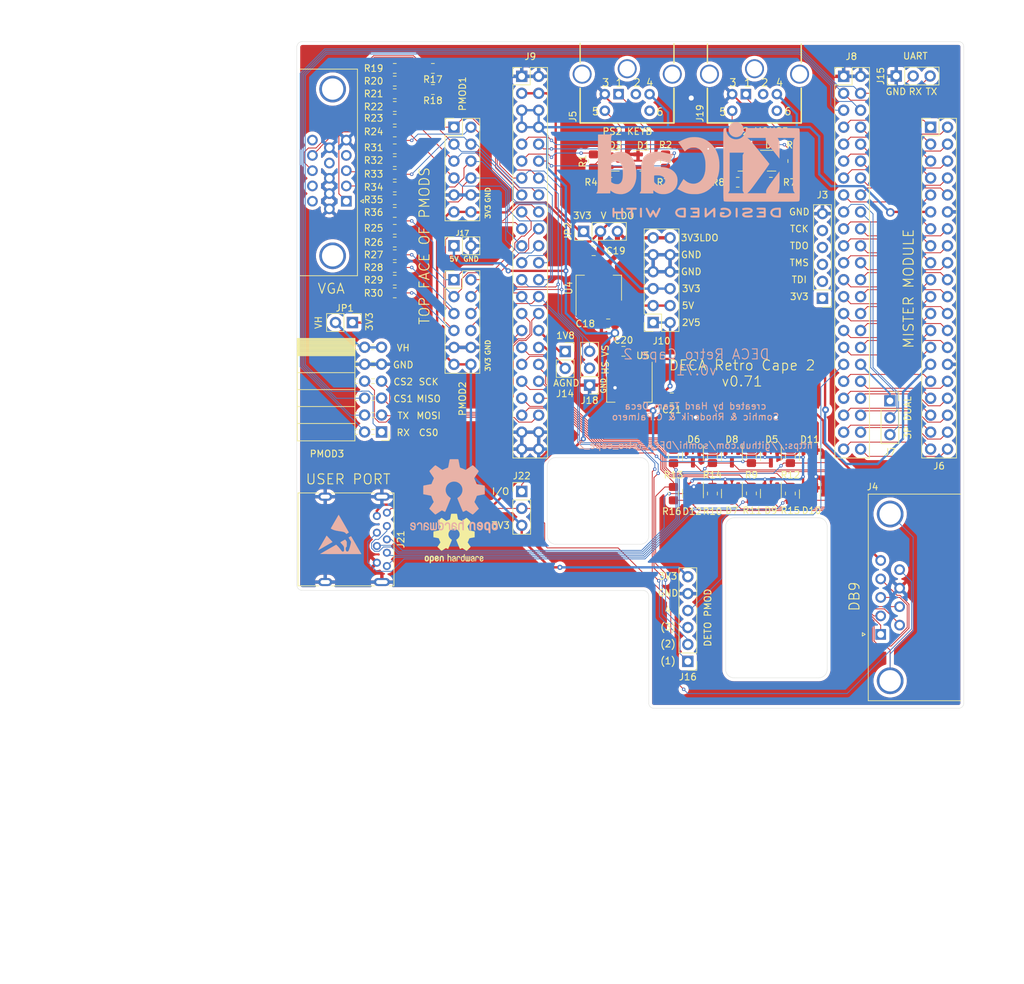
<source format=kicad_pcb>
(kicad_pcb (version 20211014) (generator pcbnew)
  (title_block (title "DECA RETRO CAPE 2") (date "2022-03-10") (rev "${VERSION}") (company "Hard Team Deca") (comment 2 "2022 Somhic <@somhic at telegram>") (comment 3 "License: CC-BY-SA v4.0"))
  (layers (0 "F.Cu" signal) (31 "B.Cu" signal) (34 "B.Paste" user) (35 "F.Paste" user) (36 "B.SilkS" user "B.Silkscreen") (37 "F.SilkS" user "F.Silkscreen") (38 "B.Mask" user) (39 "F.Mask" user) (44 "Edge.Cuts" user))
  (property "VERSION" "0.71")
  (net 0 "")
  (net 1 "GND")
  (net 2 "+5V")
  (net 3 "+3V3")
  (net 4 "/A3")
  (net 5 "/A2")
  (net 6 "/A1")
  (net 7 "/A0")
  (net 8 "/A10")
  (net 9 "/BA1")
  (net 10 "/BA0")
  (net 11 "/nCS0")
  (net 12 "/nRAS")
  (net 13 "/nCAS")
  (net 14 "/UDQM")
  (net 15 "/LDQM")
  (net 16 "/A4")
  (net 17 "/nWE")
  (net 18 "/A6")
  (net 19 "/A5")
  (net 20 "/A8")
  (net 21 "/A7")
  (net 22 "/A11")
  (net 23 "/A9")
  (net 24 "/CLK")
  (net 25 "/A12")
  (net 26 "/DQ9")
  (net 27 "/DQ10")
  (net 28 "/DQ11")
  (net 29 "/DQ12")
  (net 30 "/DQ13")
  (net 31 "/DQ15")
  (net 32 "/DQ14")
  (net 33 "/DQ7")
  (net 34 "/DQ6")
  (net 35 "/DQ5")
  (net 36 "/DQ4")
  (net 37 "/DQ3")
  (net 38 "/DQ2")
  (net 39 "/DQ1")
  (net 40 "/DQ0")
  (net 41 "/DQ8")
  (net 42 "/PS2_KEYB_DAT")
  (net 43 "Net-(D1-Pad3)")
  (net 44 "+3.3VP")
  (net 45 "/3V3_LDO")
  (net 46 "/CKE")
  (net 47 "+1V8")
  (net 48 "GNDA")
  (net 51 "Net-(D2-Pad3)")
  (net 52 "/JOY1_UP")
  (net 53 "/JOY1_DOWN")
  (net 54 "/JOY1_LEFT")
  (net 55 "/JOY1_RIGHT")
  (net 56 "/JOY1_B1_P6")
  (net 57 "/JOYX_SEL_O")
  (net 58 "/JOY1_B2_P9")
  (net 59 "/UART_TXD")
  (net 60 "/UART_RXD")
  (net 61 "/SPI_CS_OSD")
  (net 62 "/SPI_CS_IO")
  (net 63 "/DETO4")
  (net 64 "/VGA_VS")
  (net 65 "/VGA_HS")
  (net 66 "/VGA_B0")
  (net 67 "/VGA_R0")
  (net 68 "/VGA_G0")
  (net 69 "/VGA_G3")
  (net 70 "/VGA_G2")
  (net 71 "/VGA_G1")
  (net 72 "/VGA_B3")
  (net 73 "/VGA_R3")
  (net 74 "/VGA_B2")
  (net 75 "/VGA_R2")
  (net 76 "/VGA_B1")
  (net 77 "/VGA_R1")
  (net 78 "/DETO1")
  (net 79 "/DETO2")
  (net 80 "/SPI_DI (MISO)")
  (net 81 "/SPI_DO (MOSI)")
  (net 82 "/SPI_SCK")
  (net 83 "/SPI_CS_FPGA")
  (net 84 "/PS2_KEYB_CLK")
  (net 85 "/PS2_MOUSE_DAT")
  (net 86 "/PS2_MOUSE_CLK")
  (net 87 "+2V5")
  (net 89 "/TDI")
  (net 90 "/TMS")
  (net 91 "/TDO")
  (net 92 "/TCK")
  (net 93 "/VGAR")
  (net 94 "/VGAG")
  (net 95 "/VGAB")
  (net 99 "/VGAHS")
  (net 100 "/VGAVS")
  (net 103 "Net-(D3-Pad3)")
  (net 104 "Net-(D4-Pad3)")
  (net 107 "/VH_PMOD")
  (net 108 "/D+")
  (net 109 "Net-(D5-Pad3)")
  (net 110 "/DRAIN")
  (net 111 "/TX-")
  (net 112 "/RX-")
  (net 113 "/D-")
  (net 114 "/RX+")
  (net 115 "/JOY_MUX_DETO3")
  (net 116 "/MUX")
  (net 117 "/TX+")
  (net 118 "Net-(R19-Pad1)")
  (net 119 "Net-(R25-Pad1)")
  (net 120 "Net-(R31-Pad1)")
  (footprint "Connector_PinHeader_2.54mm:PinHeader_2x23_P2.54mm_Vertical" (layer "F.Cu") (at 116.825331 45.645)
    (fp_text reference "J9")
    (fp_text value "P9_Male")
  )
  (footprint "Connector_PinHeader_2.54mm:PinHeader_2x23_P2.54mm_Vertical" (layer "F.Cu") (at 165.085331 45.645)
    (fp_text reference "J8")
    (fp_text value "P8_Male")
  )
  (footprint "Package_TO_SOT_SMD:SOT-223-3_TabPin2" (layer "F.Cu") (at 128.382331 77.37 90)
    (fp_text reference "U4")
    (fp_text value "LM1117-3.3" hide)
  )
  (footprint "Capacitor_SMD:C_0805_2012Metric_Pad1.15x1.40mm_HandSolder" (layer "F.Cu") (at 129.793331 82.729 180)
    (fp_text reference "C18")
    (fp_text value "10uF")
  )
  (footprint "Connector_PinHeader_2.54mm:PinHeader_1x03_P2.54mm_Vertical" (layer "F.Cu") (at 126.096331 68.886 90)
    (fp_text reference "JP2")
    (fp_text value "Conn_01x03")
  )
  (footprint "Capacitor_SMD:C_0805_2012Metric_Pad1.15x1.40mm_HandSolder" (layer "F.Cu") (at 127.611331 71.807 180)
    (fp_text reference "C19")
    (fp_text value "100uF")
  )
  (footprint "Resistor_SMD:R_0805_2012Metric_Pad1.20x1.40mm_HandSolder" (layer "F.Cu") (at 97.79 76.2 180)
    (fp_text reference "R29")
    (fp_text value "1k")
  )
  (footprint "Resistor_SMD:R_0805_2012Metric_Pad1.20x1.40mm_HandSolder" (layer "F.Cu") (at 97.79 56.515 180)
    (fp_text reference "R31")
    (fp_text value "2k")
  )
  (footprint "addon-edge-rpi-i2s-pmod:PMOD_Female_Horizontal_2" (layer "F.Cu") (at 95.8088 86.2584)
    (fp_text reference "J20" hide)
    (fp_text value "PMOD3")
  )
  (footprint "Resistor_SMD:R_0805_2012Metric_Pad1.20x1.40mm_HandSolder" (layer "F.Cu") (at 139.573 102.632 -90)
    (fp_text reference "R13")
    (fp_text value "180")
  )
  (footprint "Resistor_SMD:R_0805_2012Metric_Pad1.20x1.40mm_HandSolder" (layer "F.Cu") (at 97.79 44.45 180)
    (fp_text reference "R19")
    (fp_text value "2k")
  )
  (footprint "vga:DSUB-15-HD_Female_Horizontal_P2.29x2.54mm_EdgePinOffset3.03mm_Housed_MountingHolesOffset4.94mm" (layer "F.Cu") (at 90.5256 64.3636 -90)
    (fp_text reference "J1" hide)
    (fp_text value "DB15_Female_HighDensity")
  )
  (footprint "Connector_PinHeader_2.54mm:PinHeader_1x06_P2.54mm_Vertical" (layer "F.Cu") (at 141.730331 133.3512 180)
    (fp_text reference "J16")
    (fp_text value "Conn_01x06" hide)
  )
  (footprint "Resistor_SMD:R_0805_2012Metric_Pad1.20x1.40mm_HandSolder" (layer "F.Cu") (at 146.670331 58.345 -90)
    (fp_text reference "R5")
    (fp_text value "180")
  )
  (footprint "Package_TO_SOT_SMD:SOT-23" (layer "F.Cu") (at 154.178 102.616 -90)
    (fp_text reference "D5")
    (fp_text value "BAT54S")
  )
  (footprint "Package_TO_SOT_SMD:SOT-23" (layer "F.Cu") (at 160.02 102.616 -90)
    (fp_text reference "D11")
    (fp_text value "BAT54S")
  )
  (footprint "Connector_USB:USB3_A_Molex_48393-001" (layer "F.Cu") (at 95.108331 111.558 -90)
    (fp_text reference "J21")
    (fp_text value "USB3_A")
  )
  (footprint "Resistor_SMD:R_0805_2012Metric_Pad1.20x1.40mm_HandSolder" (layer "F.Cu") (at 135.128 61.52 180)
    (fp_text reference "R3")
    (fp_text value "DNI" hide)
  )
  (footprint "Package_TO_SOT_SMD:SOT-23" (layer "F.Cu") (at 148.336 102.616 -90)
    (fp_text reference "D8")
    (fp_text value "BAT54S")
  )
  (footprint "Package_TO_SOT_SMD:SOT-23" (layer "F.Cu") (at 149.883731 58.2904)
    (fp_text reference "D4")
    (fp_text value "BAT54S")
  )
  (footprint "Connector_PinSocket_2.54mm:PinSocket_2x06_P2.54mm_Vertical" (layer "F.Cu") (at 136.525 82.55 180)
    (fp_text reference "J10")
    (fp_text value "Conn_02x06_Odd_Even")
  )
  (footprint "Resistor_SMD:R_0805_2012Metric_Pad1.20x1.40mm_HandSolder" (layer "F.Cu") (at 97.79 64.135 180)
    (fp_text reference "R35")
    (fp_text value "1k")
  )
  (footprint "addon-edge-rpi-i2s-pmod:Pmod_2x06_P2.54mm_Vertical_2" (layer "F.Cu") (at 106.665331 53.265)
    (fp_text reference "J11" hide)
    (fp_text value "PMOD1" hide)
  )
  (footprint "Package_TO_SOT_SMD:SOT-23" (layer "F.Cu") (at 160.02 108.2665 -90)
    (fp_text reference "D10")
    (fp_text value "BAT54S")
  )
  (footprint "Resistor_SMD:R_0805_2012Metric_Pad1.20x1.40mm_HandSolder" (layer "F.Cu") (at 157.099 102.615 -90)
    (fp_text reference "R12")
    (fp_text value "180")
  )
  (footprint "Resistor_SMD:R_0805_2012Metric_Pad1.20x1.40mm_HandSolder" (layer "F.Cu") (at 157.099 108.188 -90)
    (fp_text reference "R15")
    (fp_text value "180")
  )
  (footprint "Resistor_SMD:R_0805_2012Metric_Pad1.20x1.40mm_HandSolder" (layer "F.Cu") (at 97.79 78.105 180)
    (fp_text reference "R30")
    (fp_text value "1k")
  )
  (footprint "Package_TO_SOT_SMD:SOT-23" (layer "F.Cu") (at 154.283731 58.2904)
    (fp_text reference "D3")
    (fp_text value "BAT54S")
  )
  (footprint "Resistor_SMD:R_0805_2012Metric_Pad1.20x1.40mm_HandSolder" (layer "F.Cu") (at 139.573 108.204 -90)
    (fp_text reference "R16")
    (fp_text value "180")
  )
  (footprint "Resistor_SMD:R_0805_2012Metric_Pad1.20x1.40mm_HandSolder" (layer "F.Cu") (at 103.505 47.625 180)
    (fp_text reference "R18")
    (fp_text value "180")
  )
  (footprint "Resistor_SMD:R_0805_2012Metric_Pad1.20x1.40mm_HandSolder" (layer "F.Cu") (at 97.79 58.42 180)
    (fp_text reference "R32")
    (fp_text value "2k")
  )
  (footprint "ps2:DINC_MIN_TM_6_1PRIMARY" (layer "F.Cu") (at 132.639931 39.803)
    (fp_text reference "J5")
    (fp_text value "DINC_MIN_TM_6_1" hide)
  )
  (footprint "Package_TO_SOT_SMD:SOT-223-3_TabPin2" (layer "F.Cu") (at 132.967331 92.5842 -90)
    (fp_text reference "U5")
    (fp_text value "LM1117-2.5")
  )
  (footprint "Resistor_SMD:R_0805_2012Metric_Pad1.20x1.40mm_HandSolder" (layer "F.Cu") (at 97.79 72.39 180)
    (fp_text reference "R27")
    (fp_text value "2k")
  )
  (footprint "Resistor_SMD:R_0805_2012Metric_Pad1.20x1.40mm_HandSolder" (layer "F.Cu") (at 97.79 52.07 180)
    (fp_text reference "R23")
    (fp_text value "1k")
  )
  (footprint "Resistor_SMD:R_0805_2012Metric_Pad1.20x1.40mm_HandSolder" (layer "F.Cu") (at 130.125331 61.52)
    (fp_text reference "R4")
    (fp_text value "DNI" hide)
  )
  (footprint "Resistor_SMD:R_0805_2012Metric_Pad1.20x1.40mm_HandSolder" (layer "F.Cu") (at 145.415 108.188 -90)
    (fp_text reference "R10")
    (fp_text value "180")
  )
  (footprint "Resistor_SMD:R_0805_2012Metric_Pad1.20x1.40mm_HandSolder" (layer "F.Cu") (at 145.415 102.617 -90)
    (fp_text reference "R14")
    (fp_text value "180")
  )
  (footprint "Package_TO_SOT_SMD:SOT-23" (layer "F.Cu") (at 148.336 108.188 -90)
    (fp_text reference "D7")
    (fp_text value "BAT54S")
  )
  (footprint "Resistor_SMD:R_0805_2012Metric_Pad1.20x1.40mm_HandSolder" (layer "F.Cu") (at 151.257 102.616 -90)
    (fp_text reference "R9")
    (fp_text value "180")
  )
  (footprint "Resistor_SMD:R_0805_2012Metric_Pad1.20x1.40mm_HandSolder" (layer "F.Cu") (at 97.79 70.485 180)
    (fp_text reference "R26")
    (fp_text value "2k")
  )
  (footprint "Resistor_SMD:R_0805_2012Metric_Pad1.20x1.40mm_HandSolder" (layer "F.Cu") (at 97.79 60.325 180)
    (fp_text reference "R33")
    (fp_text value "2k")
  )
  (footprint "Resistor_SMD:R_0805_2012Metric_Pad1.20x1.40mm_HandSolder" (layer "F.Cu") (at 97.79 50.165 180)
    (fp_text reference "R22")
    (fp_text value "1k")
  )
  (footprint "Connector_PinSocket_2.54mm:PinSocket_1x02_P2.54mm_Vertical" (layer "F.Cu") (at 123.340331 86.8892)
    (fp_text reference "J14")
    (fp_text value "Conn_01x02" hide)
  )
  (footprint "Resistor_SMD:R_0805_2012Metric_Pad1.20x1.40mm_HandSolder" (layer "F.Cu") (at 149.210331 61.52)
    (fp_text reference "R8")
    (fp_text value "DNI")
  )
  (footprint "ps2:DINC_MIN_TM_6_1PRIMARY" (layer "F.Cu") (at 151.724931 39.803)
    (fp_text reference "J19")
    (fp_text value "DINC_MIN_TM_6_1" hide)
  )
  (footprint "Package_TO_SOT_SMD:SOT-23" (layer "F.Cu") (at 130.798731 58.2904)
    (fp_text reference "D2")
    (fp_text value "BAT54S" hide)
  )
  (footprint "Connector_PinHeader_2.54mm:PinHeader_1x03_P2.54mm_Vertical" (layer "F.Cu") (at 172.972331 45.5942 90)
    (fp_text reference "J15")
    (fp_text value "Conn_01x03")
  )
  (footprint "Connector_Dsub:DSUB-9_Male_Horizontal_P2.77x2.84mm_EdgePinOffset9.90mm_Housed_MountingHolesOffset11.32mm" (layer "F.Cu") (at 170.639669 129.3 90)
    (fp_text reference "J4")
    (fp_text value "DB9_Male_MountingHoles")
  )
  (footprint "Resistor_SMD:R_0805_2012Metric_Pad1.20x1.40mm_HandSolder" (layer "F.Cu") (at 97.79 46.355 180)
    (fp_text reference "R20")
    (fp_text value "2k")
  )
  (footprint "Package_TO_SOT_SMD:SOT-23" (layer "F.Cu") (at 142.494 108.188 -90)
    (fp_text reference "D12")
    (fp_text value "BAT54S")
  )
  (footprint "Resistor_SMD:R_0805_2012Metric_Pad1.20x1.40mm_HandSolder" (layer "F.Cu") (at 154.178 61.52 180)
    (fp_text reference "R7")
    (fp_text value "DNI")
  )
  (footprint "Resistor_SMD:R_0805_2012Metric_Pad1.20x1.40mm_HandSolder" (layer "F.Cu") (at 97.79 53.975 180)
    (fp_text reference "R24")
    (fp_text value "1k")
  )
  (footprint "Resistor_SMD:R_0805_2012Metric_Pad1.20x1.40mm_HandSolder" (layer "F.Cu") (at 138.380331 58.345 -90)
    (fp_text reference "R2")
    (fp_text value "180" hide)
  )
  (footprint "Connector_PinHeader_2.54mm:PinHeader_1x03_P2.54mm_Vertical" (layer "F.Cu") (at 126.998331 91.9342 180)
    (fp_text reference "J18")
    (fp_text value "Conn_01x03" hide)
  )
  (footprint "Connector_PinSocket_2.54mm:PinSocket_1x02_P2.54mm_Vertical" (layer "F.Cu") (at 106.665331 71.045 90)
    (fp_text reference "J17")
    (fp_text value "Conn_01x02" hide)
  )
  (footprint "Connector_PinHeader_2.54mm:PinHeader_1x03_P2.54mm_Vertical" (layer "F.Cu") (at 116.825331 107.875)
    (fp_text reference "J22")
    (fp_text value "Conn_01x03" hide)
  )
  (footprint "Capacitor_SMD:C_0805_2012Metric_Pad1.18x1.45mm_HandSolder" (layer "F.Cu") (at 139.319 93.853)
    (fp_text reference "C21")
    (fp_text value "100uF" hide)
  )
  (footprint "addon-edge-rpi-i2s-pmod:Pmod_2x06_P2.54mm_Vertical_2" (layer "F.Cu") (at 106.665331 76.125)
    (fp_text reference "J12" hide)
    (fp_text value "PMOD2" hide)
  )
  (footprint "Resistor_SMD:R_0805_2012Metric_Pad1.20x1.40mm_HandSolder" (layer "F.Cu") (at 97.79 48.26 180)
    (fp_text reference "R21")
    (fp_text value "2k")
  )
  (footprint "Connector_PinHeader_2.54mm:PinHeader_1x02_P2.54mm_Vertical" (layer "F.Cu") (at 91.445 82.55 -90)
    (fp_text reference "JP1")
    (fp_text value "Conn_01x02" hide)
  )
  (footprint "Resistor_SMD:R_0805_2012Metric_Pad1.20x1.40mm_HandSolder" (layer "F.Cu") (at 97.79 74.295 180)
    (fp_text reference "R28")
    (fp_text value "1k")
  )
  (footprint "Resistor_SMD:R_0805_2012Metric_Pad1.20x1.40mm_HandSolder" (layer "F.Cu") (at 127.585331 58.345 -90)
    (fp_text reference "R1")
    (fp_text value "180" hide)
  )
  (footprint "Package_TO_SOT_SMD:SOT-23" (layer "F.Cu") (at 154.178 108.188 -90)
    (fp_text reference "D9")
    (fp_text value "BAT54S")
  )
  (footprint "Package_TO_SOT_SMD:SOT-23" (layer "F.Cu") (at 135.198731 58.2904)
    (fp_text reference "D1")
    (fp_text value "BAT54S" hide)
  )
  (footprint "Connector_PinHeader_2.54mm:PinHeader_1x06_P2.54mm_Vertical" (layer "F.Cu") (at 161.910331 78.919 180)
    (fp_text reference "J3")
    (fp_text value "Conn_01x06")
  )
  (footprint "Resistor_SMD:R_0805_2012Metric_Pad1.20x1.40mm_HandSolder" (layer "F.Cu") (at 103.505 44.45 180)
    (fp_text reference "R17")
    (fp_text value "180")
  )
  (footprint "Capacitor_SMD:C_0805_2012Metric_Pad1.18x1.45mm_HandSolder" (layer "F.Cu") (at 132.078331 86.8692)
    (fp_text reference "C20")
    (fp_text value "10uF" hide)
  )
  (footprint "Resistor_SMD:R_0805_2012Metric_Pad1.20x1.40mm_HandSolder" (layer "F.Cu") (at 157.465331 58.345 -90)
    (fp_text reference "R6")
    (fp_text value "180")
  )
  (footprint "Resistor_SMD:R_0805_2012Metric_Pad1.20x1.40mm_HandSolder" (layer "F.Cu") (at 97.79 68.58 180)
    (fp_text reference "R25")
    (fp_text value "2k")
  )
  (footprint "Package_TO_SOT_SMD:SOT-23" (layer "F.Cu") (at 142.494 102.616 -90)
    (fp_text reference "D6")
    (fp_text value "BAT54S")
  )
  (footprint "Resistor_SMD:R_0805_2012Metric_Pad1.20x1.40mm_HandSolder" (layer "F.Cu") (at 151.257 108.172 -90)
    (fp_text reference "R11")
    (fp_text value "180")
  )
  (footprint "Resistor_SMD:R_0805_2012Metric_Pad1.20x1.40mm_HandSolder" (layer "F.Cu") (at 97.79 66.04 180)
    (fp_text reference "R36")
    (fp_text value "1k")
  )
  (footprint "Connector_PinSocket_2.54mm:PinSocket_1x03_P2.54mm_Vertical" (layer "F.Cu") (at 172.028516 94.285)
    (fp_text reference "J7")
    (fp_text value "Conn_01x03" hide)
  )
  (footprint "Connector_PinHeader_2.54mm:PinHeader_2x20_P2.54mm_Vertical" (layer "F.Cu") (at 178.123516 53.265)
    (fp_text reference "J6")
    (fp_text value "Conn_02x20_Odd_Even" hide)
  )
  (footprint "Symbol:OSHW-Logo2_9.8x8mm_SilkScreen" (layer "F.Cu") (at 106.68 114.935)
    (fp_text reference "LO2" hide)
    (fp_text value "OSHW-Logo2_9.8x8mm_SilkScreen" hide)
  )
  (footprint "Resistor_SMD:R_0805_2012Metric_Pad1.20x1.40mm_HandSolder" (layer "F.Cu") (at 97.79 62.23 180)
    (fp_text reference "R34")
    (fp_text value "1k")
  )
  (footprint "Symbol:KiCad-Logo2_12mm_SilkScreen" (layer "B.Cu") (at 143.270893 58.42 180)
    (fp_text reference "LO1" hide)
    (fp_text value "KiCad-Logo2_12mm_SilkScreen" hide)
  )
  (footprint "Symbol:ESD-Logo_6.6x6mm_SilkScreen" (layer "B.Cu") (at 89.535 114.3 180)
    (fp_text reference "LO4" hide)
    (fp_text value "ESD-Logo_6.6x6mm_SilkScreen" hide)
  )
  (footprint "Symbol:OSHW-Logo2_14.6x12mm_SilkScreen" (layer "B.Cu") (at 106.68 108.585 180)
    (fp_text reference "LO3" hide)
    (fp_text value "OSHW-Logo2_14.6x12mm_SilkScreen" hide)
  )
  (gr_line (start 161.342505 111.826974) (end 148.668479 111.826974) (layer "Edge.Cuts") (width 0.05))
  (gr_line (start 120.661318 104.065) (end 120.661318 114.525) (layer "Edge.Cuts") (width 0.05))
  (gr_line (start 134.605344 115.795) (end 121.931318 115.795) (layer "Edge.Cuts") (width 0.05))
  (gr_arc (start 147.398479 113.096974) (mid 147.770453 112.198948) (end 148.668479 111.826974) (layer "Edge.Cuts") (width 0.05))
  (gr_arc (start 121.931318 115.795) (mid 121.033292 115.423026) (end 120.661318 114.525) (layer "Edge.Cuts") (width 0.05))
  (gr_arc (start 183.088516 139.625) (mid 182.865331 140.163815) (end 182.326516 140.387) (layer "Edge.Cuts") (width 0.05))
  (gr_line (start 83.855331 122.72) (end 135.113331 122.724) (layer "Edge.Cuts") (width 0.05))
  (gr_line (start 147.398479 113.096974) (end 147.398479 134.556974) (layer "Edge.Cuts") (width 0.05))
  (gr_line (start 135.875344 104.065) (end 135.875344 114.525) (layer "Edge.Cuts") (width 0.05))
  (gr_arc (start 162.612505 134.556974) (mid 162.240531 135.455) (end 161.342505 135.826974) (layer "Edge.Cuts") (width 0.05))
  (gr_line (start 83.955331 40.424) (end 182.326516 40.424) (layer "Edge.Cuts") (width 0.05))
  (gr_arc (start 182.326516 40.424) (mid 182.865331 40.647185) (end 183.088516 41.186) (layer "Edge.Cuts") (width 0.05))
  (gr_arc (start 134.605344 102.795) (mid 135.50337 103.166974) (end 135.875344 104.065) (layer "Edge.Cuts") (width 0.05))
  (gr_arc (start 161.342505 111.826974) (mid 162.240531 112.198948) (end 162.612505 113.096974) (layer "Edge.Cuts") (width 0.05))
  (gr_line (start 162.612505 113.096974) (end 162.612505 134.556974) (layer "Edge.Cuts") (width 0.05))
  (gr_line (start 161.342505 135.826974) (end 148.668479 135.826974) (layer "Edge.Cuts") (width 0.05))
  (gr_line (start 135.875331 123.580188) (end 135.875331 139.625) (layer "Edge.Cuts") (width 0.05))
  (gr_arc (start 135.113331 122.724) (mid 135.65724 123.007106) (end 135.875331 123.580188) (layer "Edge.Cuts") (width 0.05))
  (gr_arc (start 83.105331 41.174) (mid 83.388543 40.638307) (end 83.955331 40.424) (layer "Edge.Cuts") (width 0.05))
  (gr_line (start 134.605344 102.795) (end 121.931318 102.795) (layer "Edge.Cuts") (width 0.05))
  (gr_arc (start 148.668479 135.826974) (mid 147.770453 135.455) (end 147.398479 134.556974) (layer "Edge.Cuts") (width 0.05))
  (gr_line (start 182.326516 140.387) (end 136.637331 140.387) (layer "Edge.Cuts") (width 0.05))
  (gr_line (start 183.088516 41.186) (end 183.088516 139.625) (layer "Edge.Cuts") (width 0.05))
  (gr_arc (start 136.637331 140.387) (mid 136.098516 140.163815) (end 135.875331 139.625) (layer "Edge.Cuts") (width 0.05))
  (gr_arc (start 135.875344 114.525) (mid 135.50337 115.423026) (end 134.605344 115.795) (layer "Edge.Cuts") (width 0.05))
  (gr_arc (start 83.855331 122.72) (mid 83.319638 122.436788) (end 83.105331 121.87) (layer "Edge.Cuts") (width 0.05))
  (gr_arc (start 120.661318 104.065) (mid 121.033292 103.166974) (end 121.931318 102.795) (layer "Edge.Cuts") (width 0.05))
  (gr_line (start 83.105331 41.174) (end 83.105331 121.87) (layer "Edge.Cuts") (width 0.05))
  (gr_text "https://github.com/somhi/DECA_retro_cape_2" (at 142.875 100.965) (layer "B.SilkS") (effects (font (size 1 1)) (justify mirror)))
  (gr_text "DECA Retro Cape 2\nv${VERSION}" (at 143.002 88.519) (layer "B.SilkS") (effects (font (size 1.5 1.5)) (justify mirror)))
  (gr_text "created by Hard Team Deca\nSomhic & Rhoderik & C.Palmero" (at 142.875 95.885) (layer "B.SilkS") (effects (font (size 1 1)) (justify mirror)))
  (gr_text "3V3" (at 111.76 65.94 90) (layer "F.SilkS") (effects (font (size 0.75 0.75))))
  (gr_text "VH" (at 86.36 82.55 90) (layer "F.SilkS") (effects (font (size 1 1))))
  (gr_text "PS2 KEYB" (at 132.665331 53.9) (layer "F.SilkS") (effects (font (size 1 1))))
  (gr_text "GND" (at 142.24 74.93) (layer "F.SilkS") (effects (font (size 1 1))))
  (gr_text "MOSI" (at 102.87 96.52) (layer "F.SilkS") (effects (font (size 1 1))))
  (gr_text "CS0" (at 102.87 99.06) (layer "F.SilkS") (effects (font (size 1 1))))
  (gr_text "V" (at 129.088516 66.5238) (layer "F.SilkS") (effects (font (size 1 1))))
  (gr_text "PMOD1" (at 107.95 48.26 90) (layer "F.SilkS") (effects (font (size 1 1))))
  (gr_text "3V3LDO" (at 143.51 69.85) (layer "F.SilkS") (effects (font (size 1 1))))
  (gr_text "PS2 MOUSE" (at 152.385331 53.9) (layer "F.SilkS") (effects (font (size 1 1))))
  (gr_text "UART" (at 175.837516 42.597) (layer "F.SilkS") (effects (font (size 1 1))))
  (gr_text "TX" (at 99.06 96.52) (layer "F.SilkS") (effects (font (size 1 1))))
  (gr_text "GND" (at 109.22 73.025) (layer "F.SilkS") (effects (font (size 0.75 0.75))))
  (gr_text "DECA Retro Cape 2\nv${VERSION}" (at 149.86 90.17) (layer "F.SilkS") (effects (font (size 1.5 1.5))))
  (gr_text "RX" (at 175.837516 47.931) (layer "F.SilkS") (effects (font (size 1 1))))
  (gr_text "CS2" (at 99.06 91.44) (layer "F.SilkS") (effects (font (size 1 1))))
  (gr_text "VH" (at 99.06 86.36) (layer "F.SilkS") (effects (font (size 1 1))))
  (gr_text "(1)" (at 138.753516 133.275) (layer "F.SilkS") (effects (font (size 1 1))))
  (gr_text "PMOD2" (at 107.95 93.98 90) (layer "F.SilkS") (effects (font (size 1 1))))
  (gr_text "TOP FACE OF PMODS" (at 102.235 71.0692 90) (layer "F.SilkS") (effects (font (size 1.5 1.5))))
  (gr_text "TDI" (at 158.438516 76.125) (layer "F.SilkS") (effects (font (size 1 1))))
  (gr_text "(2)" (at 138.753516 130.735) (layer "F.SilkS") (effects (font (size 1 1))))
  (gr_text "LDO" (at 132.263516 66.5238) (layer "F.SilkS") (effects (font (size 1 1))))
  (gr_text "TX" (at 178.250516 47.931) (layer "F.SilkS") (effects (font (size 1 1))))
  (gr_text "DB9" (at 166.693516 123.623 90) (layer "F.SilkS") (effects (font (size 1.5 1.5))))
  (gr_text "3V3" (at 93.98 82.423 90) (layer "F.SilkS") (effects (font (size 1 1))))
  (gr_text "4" (at 138.753516 125.655) (layer "F.SilkS") (effects (font (size 1 1))))
  (gr_text "GND" (at 158.438516 65.965) (layer "F.SilkS") (effects (font (size 1 1))))
  (gr_text "PMOD3" (at 87.63 102.235) (layer "F.SilkS") (effects (font (size 1 1))))
  (gr_text "AGND" (at 123.513516 91.619) (layer "F.SilkS") (effects (font (size 1 1))))
  (gr_text "3V3" (at 113.650331 112.955) (layer "F.SilkS") (effects (font (size 1 1))))
  (gr_text "MISTER MODULE" (at 174.821516 77.47 90) (layer "F.SilkS") (effects (font (size 1.5 1.5))))
  (gr_text "VS" (at 129.355516 86.793 90) (layer "F.SilkS") (effects (font (size 1 1))))
  (gr_text "MISO" (at 102.87 93.98) (layer "F.SilkS") (effects (font (size 1 1))))
  (gr_text "USER PORT" (at 90.805 106.045) (layer "F.SilkS") (effects (font (size 1.5 1.5))))
  (gr_text "3P DUAL" (at 174.694516 96.826 90) (layer "F.SilkS") (effects (font (size 1 1))))
  (gr_text "SCK" (at 102.87 91.44) (layer "F.SilkS") (effects (font (size 1 1))))
  (gr_text "1V8" (at 123.386516 84.507) (layer "F.SilkS") (effects (font (size 1 1))))
  (gr_text "GND" (at 111.76 86.285 90) (layer "F.SilkS") (effects (font (size 0.75 0.75))))
  (gr_text "3V3" (at 142.24 77.47) (layer "F.SilkS") (effects (font (size 1 1))))
  (gr_text "2V5" (at 142.24 82.55) (layer "F.SilkS") (effects (font (size 1 1))))
  (gr_text "GND" (at 99.06 88.9) (layer "F.SilkS") (effects (font (size 1 1))))
  (gr_text "3V3" (at 138.753516 120.575) (layer "F.SilkS") (effects (font (size 1 1))))
  (gr_text "HS" (at 129.355516 89.333 90) (layer "F.SilkS") (effects (font (size 1 1))))
  (gr_text "RX" (at 99.06 99.06) (layer "F.SilkS") (effects (font (size 1 1))))
  (gr_text "5V" (at 141.7574 80.01) (layer "F.SilkS") (effects (font (size 1 1))))
  (gr_text "CS1" (at 99.06 93.98) (layer "F.SilkS") (effects (font (size 1 1))))
  (gr_text "GND" (at 138.753516 123.115) (layer "F.SilkS") (effects (font (size 1 1))))
  (gr_text "3V3" (at 125.913516 66.5238) (layer "F.SilkS") (effects (font (size 1 1))))
  (gr_text "GND" (at 111.76 63.425 90) (layer "F.SilkS") (effects (font (size 0.75 0.75))))
  (gr_text "5V" (at 106.68 73.025) (layer "F.SilkS") (effects (font (size 0.75 0.75))))
  (gr_text "DETO PMOD" (at 144.722516 126.798 90) (layer "F.SilkS") (effects (font (size 1 1))))
  (gr_text "3V3" (at 158.438516 78.665) (layer "F.SilkS") (effects (font (size 1 1))))
  (gr_text "TMS" (at 158.438516 73.585) (layer "F.SilkS") (effects (font (size 1 1))))
  (gr_text "GND" (at 129.068131 92.0254 90) (layer "F.SilkS") (effects (font (size 0.75 0.75))))
  (gr_text "TCK" (at 158.438516 68.505) (layer "F.SilkS") (effects (font (size 1 1))))
  (gr_text "GND" (at 172.916516 47.931) (layer "F.SilkS") (effects (font (size 1 1))))
  (gr_text "(3)" (at 138.753516 128.195) (layer "F.SilkS") (effects (font (size 1 1))))
  (gr_text "3V3" (at 111.76 88.825 90) (layer "F.SilkS") (effects (font (size 0.75 0.75))))
  (gr_text "TDO" (at 158.438516 71.045) (layer "F.SilkS") (effects (font (size 1 1))))
  (gr_text "VGA" (at 88.265 77.47) (layer "F.SilkS") (effects (font (size 1.5 1.5))))
  (gr_text "I/O" (at 113.650331 107.875) (layer "F.SilkS") (effects (font (size 1 1))))
  (gr_text "GND" (at 142.24 72.39) (layer "F.SilkS") (effects (font (size 1 1))))
  (segment (start 129.287131 48.312) (end 129.54 48.564869) (width 0.254) (layer "F.Cu") (net 1))
  (segment (start 153.48496 108.31848) (end 154.55294 107.2505) (width 0.254) (layer "F.Cu") (net 1))
  (segment (start 142.6835 107.2505) (end 142.621 107.188) (width 0.254) (layer "F.Cu") (net 1))
  (segment (start 144.956436 108.24152) (end 147.703143 108.24152) (width 0.254) (layer "F.Cu") (net 1))
  (segment (start 143.444 107.2505) (end 142.6835 107.2505) (width 0.254) (layer "F.Cu") (net 1))
  (segment (start 155.128 101.6785) (end 154.13698 100.68748) (width 0.254) (layer "F.Cu") (net 1))
  (segment (start 147.02704 100.68748) (end 146.36852 101.346) (width 0.254) (layer "F.Cu") (net 1))
  (segment (start 152.580476 101.804608) (end 151.915564 102.46952) (width 0.254) (layer "F.Cu") (net 1))
  (segment (start 156.19752 108.32002) (end 159.39598 108.32002) (width 0.254) (layer "F.Cu") (net 1))
  (segment (start 159.97898 100.68748) (end 158.421476 100.68748) (width 0.254) (layer "F.Cu") (net 1))
  (segment (start 160.97 105.725) (end 160.909 105.664) (width 0.254) (layer "F.Cu") (net 1))
  (segment (start 149.86 49.799869) (end 149.86 50.165) (width 0.254) (layer "F.Cu") (net 1))
  (segment (start 158.421476 100.68748) (end 158.421476 101.804608) (width 0.254) (layer "F.Cu") (net 1))
  (segment (start 146.36852 101.346) (end 146.36852 102.175564) (width 0.254) (layer "F.Cu") (net 1))
  (segment (start 150.07702 102.46952) (end 149.286 101.6785) (width 0.254) (layer "F.Cu") (net 1))
  (segment (start 148.29498 100.68748) (end 147.02704 100.68748) (width 0.254) (layer "F.Cu") (net 1))
  (segment (start 149.286 107.2505) (end 150.35398 108.31848) (width 0.254) (layer "F.Cu") (net 1))
  (segment (start 154.55294 107.2505) (end 155.128 107.2505) (width 0.254) (layer "F.Cu") (net 1))
  (segment (start 143.444 107.2505) (end 143.965416 107.2505) (width 0.254) (layer "F.Cu") (net 1))
  (segment (start 129.54 48.564869) (end 129.54 48.895) (width 0.254) (layer "F.Cu") (net 1))
  (segment (start 146.073564 102.47052) (end 144.23602 102.47052) (width 0.254) (layer "F.Cu") (net 1))
  (segment (start 151.915564 102.46952) (end 150.07702 102.46952) (width 0.254) (layer "F.Cu") (net 1))
  (segment (start 157.757564 102.46852) (end 155.91802 102.46852) (width 0.254) (layer "F.Cu") (net 1))
  (segment (start 154.13698 100.68748) (end 152.580476 100.68748) (width 0.254) (layer "F.Cu") (net 1))
  (segment (start 150.35398 108.31848) (end 153.48496 108.31848) (width 0.254) (layer "F.Cu") (net 1))
  (segment (start 129.54 48.895) (end 130.81 50.165) (width 0.254) (layer "F.Cu") (net 1))
  (segment (start 147.703143 108.24152) (end 148.694163 107.2505) (width 0.254) (layer "F.Cu") (net 1))
  (segment (start 159.39598 108.32002) (end 160.387 107.329) (width 0.254) (layer "F.Cu") (net 1))
  (segment (start 160.97 107.329) (end 160.97 105.725) (width 0.254) (layer "F.Cu") (net 1))
  (segment (start 149.286 101.6785) (end 148.29498 100.68748) (width 0.254) (layer "F.Cu") (net 1))
  (segment (start 155.91802 102.46852) (end 155.128 101.6785) (width 0.254) (layer "F.Cu") (net 1))
  (segment (start 148.372131 48.312) (end 149.86 49.799869) (width 0.254) (layer "F.Cu") (net 1))
  (segment (start 143.965416 107.2505) (end 144.956436 108.24152) (width 0.254) (layer "F.Cu") (net 1))
  (segment (start 160.387 107.329) (end 160.97 107.329) (width 0.254) (layer "F.Cu") (net 1))
  (segment (start 158.421476 101.804608) (end 157.757564 102.46852) (width 0.254) (layer "F.Cu") (net 1))
  (segment (start 144.23602 102.47052) (end 143.444 101.6785) (width 0.254) (layer "F.Cu") (net 1))
  (segment (start 152.580476 100.68748) (end 152.580476 101.804608) (width 0.254) (layer "F.Cu") (net 1))
  (segment (start 146.36852 102.175564) (end 146.073564 102.47052) (width 0.254) (layer "F.Cu") (net 1))
  (segment (start 148.694163 107.2505) (end 149.286 107.2505) (width 0.254) (layer "F.Cu") (net 1))
  (segment (start 160.97 101.6785) (end 159.97898 100.68748) (width 0.254) (layer "F.Cu") (net 1))
  (segment (start 155.128 107.2505) (end 156.19752 108.32002) (width 0.254) (layer "F.Cu") (net 1))
  (via (at 130.81 92.329) (size 1.016) (drill 0.508) (layers "F.Cu" "B.Cu") (net 1))
  (via (at 154.94 96.774) (size 1.016) (drill 0.508) (layers "F.Cu" "B.Cu") (net 1))
  (via (at 142.24 48.895) (size 1.27) (drill 0.762) (layers "F.Cu" "B.Cu") (net 1))
  (via (at 160.909 105.664) (size 0.762) (drill 0.381) (layers "F.Cu" "B.Cu") (net 1))
  (via (at 142.621 107.188) (size 0.762) (drill 0.381) (layers "F.Cu" "B.Cu") (net 1))
  (via (at 142.875 96.774) (size 1.016) (drill 0.508) (layers "F.Cu" "B.Cu") (net 1))
  (segment (start 120.516842 101.987158) (end 120.516842 102.001973) (width 0.35) (layer "F.Cu") (net 2))
  (segment (start 130.667331 89.4342) (end 130.667331 89.169669) (width 0.35) (layer "F.Cu") (net 2))
  (segment (start 136.525 80.01) (end 131.192331 80.01) (width 0.35) (layer "F.Cu") (net 2))
  (segment (start 152.781 88.011) (end 162.052 97.282) (width 0.35) (layer "F.Cu") (net 2))
  (segment (start 131.826 88.011) (end 152.781 88.011) (width 0.35) (layer "F.Cu") (net 2))
  (segment (start 130.795331 84.126) (end 130.795331 86.6237) (width 0.35) (layer "F.Cu") (net 2))
  (segment (start 162.052 100.584) (end 166.878 105.41) (width 0.35) (layer "F.Cu") (net 2))
  (segment (start 120.516842 102.001973) (end 119.842304 102.676511) (width 0.35) (layer "F.Cu") (net 2))
  (segment (start 131.040831 88.9012) (end 130.667331 89.2747) (width 0.35) (layer "F.Cu") (net 2))
  (segment (start 166.878 114.458331) (end 170.639669 118.22) (width 0.35) (layer "F.Cu") (net 2))
  (segment (start 130.667331 89.2747) (end 130.667331 89.4342) (width 0.35) (layer "F.Cu") (net 2))
  (segment (start 131.040831 86.8692) (end 131.040831 88.9012) (width 0.35) (layer "F.Cu") (net 2))
  (segment (start 172.085 66.04) (end 172.16 65.965) (width 0.254) (layer "F.Cu") (net 2))
  (segment (start 139.065 80.01) (end 136.525 80.01) (width 0.35) (layer "F.Cu") (net 2))
  (segment (start 119.842304 102.676511) (end 119.827489 102.676511) (width 0.35) (layer "F.Cu") (net 2))
  (segment (start 130.818331 82.729) (end 130.818331 80.656) (width 0.762) (layer "F.Cu") (net 2))
  (segment (start 162.052 97.282) (end 162.052 100.584) (width 0.35) (layer "F.Cu") (net 2))
  (segment (start 166.878 105.41) (end 166.878 114.458331) (width 0.35) (layer "F.Cu") (net 2))
  (segment (start 96.012 109.855) (end 95.108331 110.758669) (width 0.35) (layer "F.Cu") (net 2))
  (segment (start 120.904 101.6) (end 120.516842 101.987158) (width 0.35) (layer "F.Cu") (net 2))
  (segment (start 172.16 65.965) (end 178.123516 65.965) (width 0.35) (layer "F.Cu") (net 2))
  (segment (start 123.444 74.803) (end 114.808 74.803) (width 0.35) (layer "F.Cu") (net 2))
  (segment (start 130.795331 82.752) (end 130.818331 82.729) (width 0.254) (layer "F.Cu") (net 2))
  (segment (start 130.667331 89.169669) (end 131.826 88.011) (width 0.35) (layer "F.Cu") (net 2))
  (segment (start 119.827489 102.676511) (end 112.649 109.855) (width 0.35) (layer "F.Cu") (net 2))
  (segment (start 130.818331 80.656) (end 130.682331 80.52) (width 0.254) (layer "F.Cu") (net 2))
  (segment (start 126.068243 99.991757) (end 124.46 101.6) (width 0.35) (layer "F.Cu") (net 2))
  (segment (start 130.795331 84.126) (end 130.795331 82.752) (width 0.762) (layer "F.Cu") (net 2))
  (segment (start 131.192331 80.01) (end 130.682331 80.52) (width 0.254) (layer "F.Cu") (net 2))
  (segment (start 130.795331 86.6237) (end 131.040831 86.8692) (width 0.254) (layer "F.Cu") (net 2))
  (segment (start 112.649 109.855) (end 96.012 109.855) (width 0.35) (layer "F.Cu") (net 2))
  (segment (start 95.108331 110.758669) (end 95.108331 111.558) (width 0.35) (layer "F.Cu") (net 2))
  (segment (start 124.46 101.6) (end 120.904 101.6) (width 0.35) (layer "F.Cu") (net 2))
  (via (at 114.808 74.803) (size 0.762) (drill 0.381) (layers "F.Cu" "B.Cu") (net 2))
  (via (at 126.068243 99.991757) (size 0.762) (drill 0.381) (layers "F.Cu" "B.Cu") (net 2))
  (via (at 172.085 66.04) (size 1.27) (drill 0.762) (layers "F.Cu" "B.Cu") (net 2))
  (via (at 130.795331 84.126) (size 1.27) (drill 0.762) (layers "F.Cu" "B.Cu") (net 2))
  (via (at 123.444 74.803) (size 0.762) (drill 0.381) (layers "F.Cu" "B.Cu") (net 2))
  (segment (start 119.365331 50.725) (end 116.825331 50.725) (width 0.35) (layer "B.Cu") (net 2))
  (segment (start 123.444 74.803) (end 123.444 62.1284) (width 0.35) (layer "B.Cu") (net 2))
  (segment (start 128.905 86.016331) (end 128.905 93.98) (width 0.35) (layer "B.Cu") (net 2))
  (segment (start 163.195 62.103) (end 168.0718 62.103) (width 0.35) (layer "B.Cu") (net 2))
  (segment (start 107.696 73.66) (end 106.665331 72.629331) (width 0.35) (layer "B.Cu") (net 2))
  (segment (start 119.365331 53.265) (end 119.365331 50.725) (width 0.35) (layer "B.Cu") (net 2))
  (segment (start 135.992731 48.312) (end 138.759 51.078269) (width 0.35) (layer "B.Cu") (net 2))
  (segment (start 161.417 54.651269) (end 161.417 60.325) (width 0.35) (layer "B.Cu") (net 2))
  (segment (start 123.444 62.1284) (end 120.65 59.3344) (width 0.35) (layer "B.Cu") (net 2))
  (segment (start 168.0718 62.103) (end 171.9338 65.965) (width 0.35) (layer "B.Cu") (net 2))
  (segment (start 106.665331 72.629331) (end 106.665331 71.045) (width 0.35) (layer "B.Cu") (net 2))
  (segment (start 158.063 51.297269) (end 158.063 53.265) (width 0.35) (layer "B.Cu") (net 2))
  (segment (start 116.825331 50.725) (end 116.825331 53.265) (width 0.35) (layer "B.Cu") (net 2))
  (segment (start 138.759 51.078269) (end 138.759 53.265) (width 0.35) (layer "B.Cu") (net 2))
  (segment (start 128.905 93.98) (end 127.254 95.631) (width 0.35) (layer "B.Cu") (net 2))
  (segment (start 155.077731 48.312) (end 158.063 51.297269) (width 0.35) (layer "B.Cu") (net 2))
  (segment (start 138.759 53.265) (end 158.063 53.265) (width 0.35) (layer "B.Cu") (net 2))
  (segment (start 114.808 74.803) (end 113.665 73.66) (width 0.35) (layer "B.Cu") (net 2))
  (segment (start 126.068243 96.816757) (end 126.068243 99.991757) (width 0.35) (layer "B.Cu") (net 2))
  (segment (start 119.365331 53.265) (end 138.759 53.265) (width 0.35) (layer "B.Cu") (net 2))
  (segment (start 127.254 95.631) (end 126.068243 96.816757) (width 0.35) (layer "B.Cu") (net 2))
  (segment (start 123.444 81.150326) (end 126.463674 84.17) (width 0.35) (layer "B.Cu") (net 2))
  (segment (start 120.65 54.549669) (end 119.365331 53.265) (width 0.35) (layer "B.Cu") (net 2))
  (segment (start 120.65 59.3344) (end 120.65 54.549669) (width 0.35) (layer "B.Cu") (net 2))
  (segment (start 158.063 53.265) (end 160.030731 53.265) (width 0.35) (layer "B.Cu") (net 2))
  (segment (start 116.825331 53.265) (end 119.365331 53.265) (width 0.35) (layer "B.Cu") (net 2))
  (segment (start 160.030731 53.265) (end 161.417 54.651269) (width 0.35) (layer "B.Cu") (net 2))
  (segment (start 123.444 74.803) (end 123.444 81.150326) (width 0.35) (layer "B.Cu") (net 2))
  (segment (start 130.795331 84.126) (end 128.905 86.016331) (width 0.35) (layer "B.Cu") (net 2))
  (segment (start 130.751331 84.17) (end 130.795331 84.126) (width 0.35) (layer "B.Cu") (net 2))
  (segment (start 161.417 60.325) (end 163.195 62.103) (width 0.35) (layer "B.Cu") (net 2))
  (segment (start 126.463674 84.17) (end 130.751331 84.17) (width 0.35) (layer "B.Cu") (net 2))
  (segment (start 113.665 73.66) (end 107.696 73.66) (width 0.35) (layer "B.Cu") (net 2))
  (segment (start 148.946231 59.919231) (end 149.098 60.071) (width 0.254) (layer "F.Cu") (net 3))
  (segment (start 162.369 95.631) (end 162.306 95.568) (width 0.35) (layer "F.Cu") (net 3))
  (segment (start 122.555 119.253) (end 121.031 119.253) (width 0.35) (layer "F.Cu") (net 3))
  (segment (start 134.261231 59.2404) (end 132.5372 60.964431) (width 0.254) (layer "F.Cu") (net 3))
  (segment (start 127.113531 70.4088) (end 128.636331 68.886) (width 0.35) (layer "F.Cu") (net 3))
  (segment (start 114.554 66.04) (end 116.065489 64.528511) (width 0.35) (layer "F.Cu") (net 3))
  (segment (start 148.946231 59.2404) (end 148.946231 59.919231) (width 0.254) (layer "F.Cu") (net 3))
  (segment (start 128.636331 68.886) (end 130.542531 66.9798) (width 0.35) (layer "F.Cu") (net 3))
  (segment (start 132.5372 60.964431) (end 132.5372 66.9798) (width 0.254) (layer "F.Cu") (net 3))
  (segment (start 104.14 67.945) (end 104.14 86.299669) (width 0.35) (layer "F.Cu") (net 3))
  (segment (start 100.390331 82.55) (end 104.14 86.299669) (width 0.35) (layer "F.Cu") (net 3))
  (segment (start 116.065489 64.528511) (end 120.408511 64.528511) (width 0.25) (layer "F.Cu") (net 3))
  (segment (start 106.665331 65.965) (end 106.12 65.965) (width 0.35) (layer "F.Cu") (net 3))
  (segment (start 121.031 119.253) (end 116.825331 115.047331) (width 0.35) (layer "F.Cu") (net 3))
  (segment (start 124.206 69.342) (end 125.2728 70.4088) (width 0.35) (layer "F.Cu") (net 3))
  (segment (start 162.306 95.568) (end 162.306 88.011) (width 0.35) (layer "F.Cu") (net 3))
  (segment (start 120.408511 64.528511) (end 124.206 68.326) (width 0.35) (layer "F.Cu") (net 3))
  (segment (start 130.542531 66.9798) (end 132.5372 66.9798) (width 0.35) (layer "F.Cu") (net 3))
  (segment (start 116.825331 115.047331) (end 116.825331 112.955) (width 0.35) (layer "F.Cu") (net 3))
  (segment (start 106.665331 88.825) (end 109.205331 88.825) (width 0.35) (layer "F.Cu") (net 3))
  (segment (start 149.098 64.897) (end 147.0152 66.9798) (width 0.254) (layer "F.Cu") (net 3))
  (segment (start 125.2728 70.4088) (end 127.113531 70.4088) (width 0.35) (layer "F.Cu") (net 3))
  (segment (start 147.0152 66.9798) (end 139.3952 66.9798) (width 0.254) (layer "F.Cu") (net 3))
  (segment (start 91.445 82.55) (end 100.390331 82.55) (width 0.35) (layer "F.Cu") (net 3))
  (segment (start 104.14 86.299669) (end 106.665331 88.825) (width 0.35) (layer "F.Cu") (net 3))
  (segment (start 124.206 68.326) (end 124.206 69.342) (width 0.35) (layer "F.Cu") (net 3))
  (segment (start 132.5372 66.9798) (end 139.3952 66.9798) (width 0.35) (layer "F.Cu") (net 3))
  (segment (start 128.636331 71.807) (end 128.636331 68.886) (width 0.762) (layer "F.Cu") (net 3))
  (segment (start 109.205331 65.965) (end 109.280331 66.04) (width 0.35) (layer "F.Cu") (net 3))
  (segment (start 162.306 88.011) (end 141.2748 66.9798) (width 0.35) (layer "F.Cu") (net 3))
  (segment (start 148.946231 59.2404) (end 153.346231 59.2404) (width 0.254) (layer "F.Cu") (net 3))
  (segment (start 106.665331 65.965) (end 109.205331 65.965) (width 0.35) (layer "F.Cu") (net 3))
  (segment (start 109.280331 66.04) (end 114.554 66.04) (width 0.35) (layer "F.Cu") (net 3))
  (segment (start 149.098 60.071) (end 149.098 64.897) (width 0.254) (layer "F.Cu") (net 3))
  (segment (start 141.2748 66.9798) (end 139.3952 66.9798) (width 0.35) (layer "F.Cu") (net 3))
  (segment (start 129.861231 59.2404) (end 134.261231 59.2404) (width 0.254) (layer "F.Cu") (net 3))
  (segment (start 106.12 65.965) (end 104.14 67.945) (width 0.35) (layer "F.Cu") (net 3))
  (via (at 162.369 95.631) (size 1.016) (drill 0.508) (layers "F.Cu" "B.Cu") (net 3))
  (via (at 122.555 119.253) (size 0.762) (drill 0.381) (layers "F.Cu" "B.Cu") (net 3))
  (segment (start 173.99 92.964) (end 178.123516 88.830484) (width 0.35) (layer "B.Cu") (net 3))
  (segment (start 140.332131 119.253) (end 141.730331 120.6512) (width 0.35) (layer "B.Cu") (net 3))
  (segment (start 165.481 103.759) (end 170.18 103.759) (width 0.35) (layer "B.Cu") (net 3))
  (segment (start 122.555 119.253) (end 140.332131 119.253) (width 0.35) (layer "B.Cu") (net 3))
  (segment (start 170.18 103.759) (end 173.99 99.949) (width 0.35) (layer "B.Cu") (net 3))
  (segment (start 178.123516 88.830484) (end 178.123516 88.825) (width 0.35) (layer "B.Cu") (net 3))
  (segment (start 162.369 95.631) (end 162.306 95.694) (width 0.35) (layer "B.Cu") (net 3))
  (segment (start 173.99 99.949) (end 173.99 92.964) (width 0.35) (layer "B.Cu") (net 3))
  (segment (start 109.205331 105.335) (end 116.825331 112.955) (width 0.35) (layer "B.Cu") (net 3))
  (segment (start 109.205331 88.825) (end 109.205331 105.335) (width 0.35) (layer "B.Cu") (net 3))
  (segment (start 162.306 95.694) (end 162.306 100.584) (width 0.35) (layer "B.Cu") (net 3))
  (segment (start 162.306 100.584) (end 165.481 103.759) (width 0.35) (layer "B.Cu") (net 3))
  (segment (start 167.625331 101.525) (end 168.710331 102.61) (width 0.127) (layer "F.Cu") (net 4))
  (segment (start 168.710331 102.61) (end 179.578516 102.61) (width 0.127) (layer "F.Cu") (net 4))
  (segment (start 179.578516 102.61) (end 180.663516 101.525) (width 0.127) (layer "F.Cu") (net 4))
  (segment (start 166.125342 100.484989) (end 177.083505 100.484989) (width 0.127) (layer "F.Cu") (net 5))
  (segment (start 165.085331 101.525) (end 166.125342 100.484989) (width 0.127) (layer "F.Cu") (net 5))
  (segment (start 177.083505 100.484989) (end 178.123516 101.525) (width 0.127) (layer "F.Cu") (net 5))
  (segment (start 175.967717 98.3) (end 177.692728 100.025011) (width 0.127) (layer "F.Cu") (net 6))
  (segment (start 179.623505 100.025011) (end 180.663516 98.985) (width 0.127) (layer "F.Cu") (net 6))
  (segment (start 168.310331 98.3) (end 175.967717 98.3) (width 0.127) (layer "F.Cu") (net 6))
  (segment (start 167.625331 98.985) (end 168.310331 98.3) (width 0.127) (layer "F.Cu") (net 6))
  (segment (start 177.692728 100.025011) (end 179.623505 100.025011) (width 0.127) (layer "F.Cu") (net 6))
  (segment (start 166.125342 97.944989) (end 177.083505 97.944989) (width 0.127) (layer "F.Cu") (net 7))
  (segment (start 165.085331 98.985) (end 166.125342 97.944989) (width 0.127) (layer "F.Cu") (net 7))
  (segment (start 177.083505 97.944989) (end 178.123516 98.985) (width 0.127) (layer "F.Cu") (net 7))
  (segment (start 175.992706 95.784989) (end 177.692728 97.485011) (width 0.127) (layer "F.Cu") (net 8))
  (segment (start 167.625331 96.445) (end 168.285342 95.784989) (width 0.127) (layer "F.Cu") (net 8))
  (segment (start 177.692728 97.485011) (end 179.623505 97.485011) (width 0.127) (layer "F.Cu") (net 8))
  (segment (start 179.623505 97.485011) (end 180.663516 96.445) (width 0.127) (layer "F.Cu") (net 8))
  (segment (start 168.285342 95.784989) (end 175.992706 95.784989) (width 0.127) (layer "F.Cu") (net 8))
  (segment (start 166.125342 95.404989) (end 177.083505 95.404989) (width 0.127) (layer "F.Cu") (net 9))
  (segment (start 177.083505 95.404989) (end 178.123516 96.445) (width 0.127) (layer "F.Cu") (net 9))
  (segment (start 165.085331 96.445) (end 166.125342 95.404989) (width 0.127) (layer "F.Cu") (net 9))
  (segment (start 179.538516 95.03) (end 180.663516 93.905) (width 0.127) (layer "F.Cu") (net 10))
  (segment (start 168.285342 93.244989) (end 175.992706 93.244989) (width 0.127) (layer "F.Cu") (net 10))
  (segment (start 175.992706 93.244989) (end 177.777717 95.03) (width 0.127) (layer "F.Cu") (net 10))
  (segment (start 177.777717 95.03) (end 179.538516 95.03) (width 0.127) (layer "F.Cu") (net 10))
  (segment (start 167.625331 93.905) (end 168.285342 93.244989) (width 0.127) (layer "F.Cu") (net 10))
  (segment (start 165.085331 93.905) (end 166.125342 92.864989) (width 0.127) (layer "F.Cu") (net 11))
  (segment (start 166.125342 92.864989) (end 177.083505 92.864989) (width 0.127) (layer "F.Cu") (net 11))
  (segment (start 177.083505 92.864989) (end 178.123516 93.905) (width 0.127) (layer "F.Cu") (net 11))
  (segment (start 168.665342 92.405011) (end 179.623505 92.405011) (width 0.127) (layer "F.Cu") (net 12))
  (segment (start 179.623505 92.405011) (end 180.663516 91.365) (width 0.127) (layer "F.Cu") (net 12))
  (segment (start 167.625331 91.365) (end 168.665342 92.405011) (width 0.127) (layer "F.Cu") (net 12))
  (segment (start 177.083505 90.324989) (end 178.123516 91.365) (width 0.127) (layer "F.Cu") (net 13))
  (segment (start 166.125342 90.324989) (end 177.083505 90.324989) (width 0.127) (layer "F.Cu") (net 13))
  (segment (start 165.085331 91.365) (end 166.125342 90.324989) (width 0.127) (layer "F.Cu") (net 13))
  (segment (start 169.145331 89.321793) (end 173.068527 93.244989) (width 0.127) (layer "B.Cu") (net 14))
  (segment (start 169.145331 67.485) (end 169.145331 89.321793) (width 0.127) (layer "B.Cu") (net 14))
  (segment (start 173.068527 93.244989) (end 173.068527 95.784989) (width 0.127) (layer "B.Cu") (net 14))
  (segment (start 167.625331 65.965) (end 169.145331 67.485) (width 0.127) (layer "B.Cu") (net 14))
  (segment (start 173.068527 95.784989) (end 172.028516 96.825) (width 0.127) (layer "B.Cu") (net 14))
  (segment (start 166.220331 64.83) (end 168.065331 64.83) (width 0.127) (layer "B.Cu") (net 15))
  (segment (start 173.322047 93.139978) (end 173.322047 98.071469) (width 0.127) (layer "B.Cu") (net 15))
  (segment (start 169.495331 89.313261) (end 173.322047 93.139978) (width 0.127) (layer "B.Cu") (net 15))
  (segment (start 168.065331 64.83) (end 169.495331 66.26) (width 0.127) (layer "B.Cu") (net 15))
  (segment (start 173.322047 98.071469) (end 172.028516 99.365) (width 0.127) (layer "B.Cu") (net 15))
  (segment (start 165.085331 65.965) (end 166.220331 64.83) (width 0.127) (layer "B.Cu") (net 15))
  (segment (start 169.495331 66.26) (end 169.495331 89.313261) (width 0.127) (layer "B.Cu") (net 15))
  (segment (start 179.623505 85.244989) (end 180.663516 86.285) (width 0.127) (layer "F.Cu") (net 16))
  (segment (start 168.665342 85.244989) (end 179.623505 85.244989) (width 0.127) (layer "F.Cu") (net 16))
  (segment (start 167.625331 86.285) (end 168.665342 85.244989) (width 0.127) (layer "F.Cu") (net 16))
  (segment (start 166.200331 87.4) (end 177.008516 87.4) (width 0.127) (layer "F.Cu") (net 17))
  (segment (start 165.085331 86.285) (end 166.200331 87.4) (width 0.127) (layer "F.Cu") (net 17))
  (segment (start 177.008516 87.4) (end 178.123516 86.285) (width 0.127) (layer "F.Cu") (net 17))
  (segment (start 179.623505 82.704989) (end 180.663516 83.745) (width 0.127) (layer "F.Cu") (net 18))
  (segment (start 167.625331 83.745) (end 168.665342 82.704989) (width 0.127) (layer "F.Cu") (net 18))
  (segment (start 168.665342 82.704989) (end 179.623505 82.704989) (width 0.127) (layer "F.Cu") (net 18))
  (segment (start 165.085331 83.745) (end 166.150331 84.81) (width 0.127) (layer "F.Cu") (net 19))
  (segment (start 166.150331 84.81) (end 177.058516 84.81) (width 0.127) (layer "F.Cu") (net 19))
  (segment (start 177.058516 84.81) (end 178.123516 83.745) (width 0.127) (layer "F.Cu") (net 19))
  (segment (start 168.665342 80.164989) (end 179.623505 80.164989) (width 0.127) (layer "F.Cu") (net 20))
  (segment (start 167.625331 81.205) (end 168.665342 80.164989) (width 0.127) (layer "F.Cu") (net 20))
  (segment (start 179.623505 80.164989) (end 180.663516 81.205) (width 0.127) (layer "F.Cu") (net 20))
  (segment (start 165.085331 81.205) (end 166.177531 82.2972) (width 0.127) (layer "F.Cu") (net 21))
  (segment (start 177.031316 82.2972) (end 178.123516 81.205) (width 0.127) (layer "F.Cu") (net 21))
  (segment (start 166.177531 82.2972) (end 177.031316 82.2972) (width 0.127) (layer "F.Cu") (net 21))
  (segment (start 179.623505 77.624989) (end 180.663516 78.665) (width 0.127) (layer "F.Cu") (net 22))
  (segment (start 168.665342 77.624989) (end 179.623505 77.624989) (width 0.127) (layer "F.Cu") (net 22))
  (segment (start 167.625331 78.665) (end 168.665342 77.624989) (width 0.127) (layer "F.Cu") (net 22))
  (segment (start 165.085331 78.665) (end 166.150331 79.73) (width 0.127) (layer "F.Cu") (net 23))
  (segment (start 177.058516 79.73) (end 178.123516 78.665) (width 0.127) (layer "F.Cu") (net 23))
  (segment (start 166.150331 79.73) (end 177.058516 79.73) (width 0.127) (layer "F.Cu") (net 23))
  (segment (start 179.608516 75.07) (end 180.663516 76.125) (width 0.127) (layer "F.Cu") (net 24))
  (segment (start 167.625331 76.125) (end 168.680331 75.07) (width 0.127) (layer "F.Cu") (net 24))
  (segment (start 168.680331 75.07) (end 179.608516 75.07) (width 0.127) (layer "F.Cu") (net 24))
  (segment (start 165.085331 76.125) (end 166.160331 77.2) (width 0.127) (layer "F.Cu") (net 25))
  (segment (start 166.160331 77.2) (end 177.048516 77.2) (width 0.127) (layer "F.Cu") (net 25))
  (segment (start 177.048516 77.2) (end 178.123516 76.125) (width 0.127) (layer "F.Cu") (net 25))
  (segment (start 165.085331 73.585) (end 166.130331 72.54) (width 0.127) (layer "F.Cu") (net 26))
  (segment (start 177.078516 72.54) (end 178.123516 73.585) (width 0.127) (layer "F.Cu") (net 26))
  (segment (start 166.130331 72.54) (end 177.078516 72.54) (width 0.127) (layer "F.Cu") (net 26))
  (segment (start 168.670331 72.09) (end 179.618516 72.09) (width 0.127) (layer "F.Cu") (net 27))
  (segment (start 167.625331 71.045) (end 168.670331 72.09) (width 0.127) (layer "F.Cu") (net 27))
  (segment (start 179.618516 72.09) (end 180.663516 71.045) (width 0.127) (layer "F.Cu") (net 27))
  (segment (start 168.056119 70.004989) (end 168.07113 70.02) (width 0.127) (layer "F.Cu") (net 28))
  (segment (start 166.125342 70.004989) (end 168.056119 70.004989) (width 0.127) (layer "F.Cu") (net 28))
  (segment (start 165.085331 71.045) (end 166.125342 70.004989) (width 0.127) (layer "F.Cu") (net 28))
  (segment (start 168.07113 70.02) (end 177.098516 70.02) (width 0.127) (layer "F.Cu") (net 28))
  (segment (start 177.098516 70.02) (end 178.123516 71.045) (width 0.127) (layer "F.Cu") (net 28))
  (segment (start 179.623505 69.545011) (end 180.663516 68.505) (width 0.127) (layer "F.Cu") (net 29))
  (segment (start 167.625331 68.505) (end 168.665342 69.545011) (width 0.127) (layer "F.Cu") (net 29))
  (segment (start 168.665342 69.545011) (end 179.623505 69.545011) (width 0.127) (layer "F.Cu") (net 29))
  (segment (start 166.125832 67.464499) (end 177.083015 67.464499) (width 0.127) (layer "F.Cu") (net 30))
  (segment (start 177.083015 67.464499) (end 178.123516 68.505) (width 0.127) (layer "F.Cu") (net 30))
  (segment (start 165.085331 68.505) (end 166.125832 67.464499) (width 0.127) (layer "F.Cu") (net 30))
  (segment (start 167.625331 63.425) (end 168.665342 62.384989) (width 0.127) (layer "F.Cu") (net 31))
  (segment (start 179.623505 62.384989) (end 180.663516 63.425) (width 0.127) (layer "F.Cu") (net 31))
  (segment (start 168.665342 62.384989) (end 179.623505 62.384989) (width 0.127) (layer "F.Cu") (net 31))
  (segment (start 165.085331 63.425) (end 166.125342 64.465011) (width 0.127) (layer "F.Cu") (net 32))
  (segment (start 166.125342 64.465011) (end 177.083505 64.465011) (width 0.127) (layer "F.Cu") (net 32))
  (segment (start 177.083505 64.465011) (end 178.123516 63.425) (width 0.127) (layer "F.Cu") (net 32))
  (segment (start 180.663516 60.885) (end 179.578516 61.97) (width 0.127) (layer "F.Cu") (net 33))
  (segment (start 168.710331 61.97) (end 167.625331 60.885) (width 0.127) (layer "F.Cu") (net 33))
  (segment (start 179.578516 61.97) (end 168.710331 61.97) (width 0.127) (layer "F.Cu") (net 33))
  (segment (start 166.3318 59.638531) (end 176.877047 59.638531) (width 0.127) (layer "F.Cu") (net 34))
  (segment (start 176.877047 59.638531) (end 178.123516 60.885) (width 0.127) (layer "F.Cu") (net 34))
  (segment (start 165.085331 60.885) (end 166.3318 59.638531) (width 0.127) (layer "F.Cu") (net 34))
  (segment (start 168.665342 59.385011) (end 179.623505 59.385011) (width 0.127) (layer "F.Cu") (net 35))
  (segment (start 167.625331 58.345) (end 168.665342 59.385011) (width 0.127) (layer "F.Cu") (net 35))
  (segment (start 179.623505 59.385011) (end 180.663516 58.345) (width 0.127) (layer "F.Cu") (net 35))
  (segment (start 165.085331 58.345) (end 166.125342 57.304989) (width 0.127) (layer "F.Cu") (net 36))
  (segment (start 166.125342 57.304989) (end 177.083505 57.304989) (width 0.127) (layer "F.Cu") (net 36))
  (segment (start 177.083505 57.304989) (end 178.123516 58.345) (width 0.127) (layer "F.Cu") (net 36))
  (segment (start 179.623505 56.845011) (end 180.663516 55.805) (width 0.127) (layer "F.Cu") (net 37))
  (segment (start 168.665342 56.845011) (end 179.623505 56.845011) (width 0.127) (layer "F.Cu") (net 37))
  (segment (start 167.625331 55.805) (end 168.665342 56.845011) (width 0.127) (layer "F.Cu") (net 37))
  (segment (start 177.083505 54.764989) (end 178.123516 55.805) (width 0.127) (layer "F.Cu") (net 38))
  (segment (start 166.125342 54.764989) (end 177.083505 54.764989) (width 0.127) (layer "F.Cu") (net 38))
  (segment (start 165.085331 55.805) (end 166.125342 54.764989) (width 0.127) (layer "F.Cu") (net 38))
  (segment (start 168.665342 54.305011) (end 179.623505 54.305011) (width 0.127) (layer "F.Cu") (net 39))
  (segment (start 167.625331 53.265) (end 168.665342 54.305011) (width 0.127) (layer "F.Cu") (net 39))
  (segment (start 179.623505 54.305011) (end 180.663516 53.265) (width 0.127) (layer "F.Cu") (net 39))
  (segment (start 177.083505 52.224989) (end 178.123516 53.265) (width 0.127) (layer "F.Cu") (net 40))
  (segment (start 165.085331 53.265) (end 166.125342 52.224989) (width 0.127) (layer "F.Cu") (net 40))
  (segment (start 166.125342 52.224989) (end 177.083505 52.224989) (width 0.127) (layer "F.Cu") (net 40))
  (segment (start 179.623505 74.625011) (end 180.663516 73.585) (width 0.127) (layer "F.Cu") (net 41))
  (segment (start 167.625331 73.585) (end 168.665342 74.625011) (width 0.127) (layer "F.Cu") (net 41))
  (segment (start 168.665342 74.625011) (end 179.623505 74.625011) (width 0.127) (layer "F.Cu") (net 41))
  (segment (start 139.7 57.15) (end 139.505 57.345) (width 0.127) (layer "F.Cu") (net 42))
  (segment (start 120.575 58.345) (end 121.285 59.055) (width 0.127) (layer "F.Cu") (net 42))
  (segment (start 119.365331 58.345) (end 120.575 58.345) (width 0.127) (layer "F.Cu") (net 42))
  (segment (start 139.505 57.345) (end 138.380331 57.345) (width 0.127) (layer "F.Cu") (net 42))
  (via (at 139.7 57.15) (size 0.508) (drill 0.254) (layers "F.Cu" "B.Cu") (net 42))
  (via (at 121.285 59.055) (size 0.508) (drill 0.254) (layers "F.Cu" "B.Cu") (net 42))
  (segment (start 138.43 59.055) (end 139.7 57.785) (width 0.127) (layer "B.Cu") (net 42))
  (segment (start 139.7 57.785) (end 139.7 57.15) (width 0.127) (layer "B.Cu") (net 42))
  (segment (start 121.285 59.055) (end 138.43 59.055) (width 0.127) (layer "B.Cu") (net 42))
  (segment (start 136.136231 58.8599) (end 136.136231 58.2904) (width 0.127) (layer "F.Cu") (net 43))
  (segment (start 132.842 49.809469) (end 132.842 50.927) (width 0.127) (layer "F.Cu") (net 43))
  (segment (start 136.136231 54.221231) (end 136.136231 58.2904) (width 0.127) (layer "F.Cu") (net 43))
  (segment (start 131.344531 48.312) (end 132.842 49.809469) (width 0.127) (layer "F.Cu") (net 43))
  (segment (start 138.380331 59.345) (end 136.653331 59.345) (width 0.127) (layer "F.Cu") (net 43))
  (segment (start 136.653331 59.345) (end 136.128 59.870331) (width 0.127) (layer "F.Cu") (net 43))
  (segment (start 138.380331 59.345) (end 136.621331 59.345) (width 0.127) (layer "F.Cu") (net 43))
  (segment (start 132.842 50.927) (end 136.136231 54.221231) (width 0.127) (layer "F.Cu") (net 43))
  (segment (start 136.128 59.870331) (end 136.128 61.52) (width 0.127) (layer "F.Cu") (net 43))
  (segment (start 136.621331 59.345) (end 136.136231 58.8599) (width 0.127) (layer "F.Cu") (net 43))
  (segment (start 125.528 68.886) (end 126.096331 68.886) (width 0.35) (layer "F.Cu") (net 44))
  (segment (start 116.825331 48.185) (end 119.365331 48.185) (width 0.35) (layer "F.Cu") (net 44))
  (segment (start 120.575 48.185) (end 121.92 49.53) (width 0.35) (layer "F.Cu") (net 44))
  (segment (start 121.92 65.278) (end 125.528 68.886) (width 0.35) (layer "F.Cu") (net 44))
  (segment (start 119.365331 48.185) (end 120.575 48.185) (width 0.35) (layer "F.Cu") (net 44))
  (segment (start 121.92 49.53) (end 121.92 65.278) (width 0.35) (layer "F.Cu") (net 44))
  (segment (start 126.096331 68.886) (end 134.680331 77.47) (width 0.35) (layer "B.Cu") (net 44))
  (segment (start 136.525 77.47) (end 139.065 77.47) (width 0.35) (layer "B.Cu") (net 44))
  (segment (start 134.680331 77.47) (end 136.525 77.47) (width 0.35) (layer "B.Cu") (net 44))
  (segment (start 136.525 69.85) (end 139.065 69.85) (width 0.5) (layer "F.Cu") (net 45))
  (segment (start 129.271331 74.22) (end 131.176331 72.315) (width 0.762) (layer "F.Cu") (net 45))
  (segment (start 132.140331 69.85) (end 136.525 69.85) (width 0.5) (layer "F.Cu") (net 45))
  (segment (start 128.382331 74.22) (end 129.271331 74.22) (width 0.254) (layer "F.Cu") (net 45))
  (segment (start 128.382331 80.52) (end 128.382331 74.22) (width 0.762) (layer "F.Cu") (net 45))
  (segment (start 131.176331 68.886) (end 132.140331 69.85) (width 0.5) (layer "F.Cu") (net 45))
  (segment (start 131.176331 72.315) (end 131.176331 68.886) (width 0.762) (layer "F.Cu") (net 45))
  (segment (start 167.625331 88.825) (end 172.028516 93.228185) (width 0.254) (layer "B.Cu") (net 46))
  (segment (start 172.028516 93.228185) (end 172.028516 94.285) (width 0.254) (layer "B.Cu") (net 46))
  (segment (start 122.509531 86.8892) (end 123.340331 86.8892) (width 0.254) (layer "F.Cu") (net 47))
  (segment (start 119.365331 83.745) (end 122.509531 86.8892) (width 0.35) (layer "F.Cu") (net 47))
  (segment (start 121.099331 87.059) (end 123.405331 89.365) (width 0.35) (layer "F.Cu") (net 48))
  (segment (start 121.094331 87.059) (end 121.099331 87.059) (width 0.35) (layer "F.Cu") (net 48))
  (segment (start 119.430331 86.2208) (end 120.256131 86.2208) (width 0.35) (layer "F.Cu") (net 48))
  (segment (start 120.256131 86.2208) (end 121.094331 87.059) (width 0.35) (layer "F.Cu") (net 48))
  (segment (start 127.585331 59.345) (end 127.585331 59.061467) (width 0.127) (layer "F.Cu") (net 51))
  (segment (start 127.585331 59.98) (end 129.125331 61.52) (width 0.127) (layer "F.Cu") (net 51))
  (segment (start 127.585331 59.345) (end 127.585331 59.98) (width 0.127) (layer "F.Cu") (net 51))
  (segment (start 131.086731 58.2904) (end 131.736231 58.2904) (width 0.127) (layer "F.Cu") (net 51))
  (segment (start 131.032131 58.345) (end 131.086731 58.2904) (width 0.127) (layer "F.Cu") (net 51))
  (segment (start 128.301798 58.345) (end 131.032131 58.345) (width 0.127) (layer "F.Cu") (net 51))
  (segment (start 131.736231 53.2503) (end 131.736231 58.2904) (width 0.127) (layer "F.Cu") (net 51))
  (segment (start 129.287131 50.8012) (end 131.736231 53.2503) (width 0.127) (layer "F.Cu") (net 51))
  (segment (start 127.585331 59.061467) (end 128.301798 58.345) (width 0.127) (layer "F.Cu") (net 51))
  (segment (start 120.543799 92.5842) (end 128.830819 100.871217) (width 0.127) (layer "F.Cu") (net 52))
  (segment (start 155.06604 105.15504) (end 157.099 107.188) (width 0.127) (layer "F.Cu") (net 52))
  (segment (start 138.43 104.267) (end 139.31804 105.15504) (width 0.127) (layer "F.Cu") (net 52))
  (segment (start 116.825331 91.365) (end 118.044531 92.5842) (width 0.127) (layer "F.Cu") (net 52))
  (segment (start 137.574217 100.871217) (end 138.43 101.727) (width 0.127) (layer "F.Cu") (net 52))
  (segment (start 139.31804 105.15504) (end 155.06604 105.15504) (width 0.127) (layer "F.Cu") (net 52))
  (segment (start 118.044531 92.5842) (end 120.543799 92.5842) (width 0.127) (layer "F.Cu") (net 52))
  (segment (start 138.43 101.727) (end 138.43 104.267) (width 0.127) (layer "F.Cu") (net 52))
  (segment (start 128.830819 100.871217) (end 137.574217 100.871217) (width 0.127) (layer "F.Cu") (net 52))
  (segment (start 138.558697 100.617697) (end 139.573 101.632) (width 0.127) (layer "F.Cu") (net 53))
  (segment (start 128.93583 100.617697) (end 138.558697 100.617697) (width 0.127) (layer "F.Cu") (net 53))
  (segment (start 119.365331 91.365) (end 119.683131 91.365) (width 0.127) (layer "F.Cu") (net 53))
  (segment (start 119.683131 91.365) (end 128.93583 100.617697) (width 0.127) (layer "F.Cu") (net 53))
  (segment (start 138.17648 104.372011) (end 139.213029 105.40856) (width 0.127) (layer "F.Cu") (net 54))
  (segment (start 149.49356 105.40856) (end 151.257 107.172) (width 0.127) (layer "F.Cu") (net 54))
  (segment (start 138.17648 101.832012) (end 138.17648 104.372011) (width 0.127) (layer "F.Cu") (net 54))
  (segment (start 137.469205 101.124737) (end 138.17648 101.832012) (width 0.127) (layer "F.Cu") (net 54))
  (segment (start 119.365331 93.905) (end 121.506067 93.905) (width 0.127) (layer "F.Cu") (net 54))
  (segment (start 121.506067 93.905) (end 128.725804 101.124737) (width 0.127) (layer "F.Cu") (net 54))
  (segment (start 139.213029 105.40856) (end 149.49356 105.40856) (width 0.127) (layer "F.Cu") (net 54))
  (segment (start 128.725804 101.124737) (end 137.469205 101.124737) (width 0.127) (layer "F.Cu") (net 54))
  (segment (start 139.108018 105.66208) (end 144.78 105.66208) (width 0.127) (layer "F.Cu") (net 55))
  (segment (start 137.364193 101.378257) (end 137.92296 101.937024) (width 0.127) (layer "F.Cu") (net 55))
  (segment (start 122.366735 95.1242) (end 128.620793 101.378257) (width 0.127) (layer "F.Cu") (net 55))
  (segment (start 128.620793 101.378257) (end 137.364193 101.378257) (width 0.127) (layer "F.Cu") (net 55))
  (segment (start 116.825331 93.905) (end 118.044531 95.1242) (width 0.127) (layer "F.Cu") (net 55))
  (segment (start 137.92296 101.937024) (end 137.92296 104.477022) (width 0.127) (layer "F.Cu") (net 55))
  (segment (start 118.044531 95.1242) (end 122.366735 95.1242) (width 0.127) (layer "F.Cu") (net 55))
  (segment (start 145.415 106.29708) (end 145.415 107.188) (width 0.127) (layer "F.Cu") (net 55))
  (segment (start 144.78 105.66208) (end 145.415 106.29708) (width 0.127) (layer "F.Cu") (net 55))
  (segment (start 137.92296 104.477022) (end 139.108018 105.66208) (width 0.127) (layer "F.Cu") (net 55))
  (segment (start 119.365331 89.2692) (end 120.405342 90.309211) (width 0.127) (layer "F.Cu") (net 56))
  (segment (start 120.405342 90.309211) (end 120.405342 91.728679) (width 0.127) (layer "F.Cu") (net 56))
  (segment (start 144.162177 100.364177) (end 145.415 101.617) (width 0.127) (layer "F.Cu") (net 56))
  (segment (start 119.365331 88.825) (end 119.365331 89.2692) (width 0.127) (layer "F.Cu") (net 56))
  (segment (start 129.040841 100.364177) (end 144.162177 100.364177) (width 0.127) (layer "F.Cu") (net 56))
  (segment (start 120.405342 91.728679) (end 129.040841 100.364177) (width 0.127) (layer "F.Cu") (net 56))
  (segment (start 129.250863 99.857137) (end 155.341137 99.857137) (width 0.127) (layer "F.Cu") (net 57))
  (segment (start 155.341137 99.857137) (end 157.099 101.615) (width 0.127) (layer "F.Cu") (net 57))
  (segment (start 120.371863 87.3772) (end 120.912382 87.91772) (width 0.127) (layer "F.Cu") (net 57))
  (segment (start 120.912382 91.518655) (end 129.250863 99.857137) (width 0.127) (layer "F.Cu") (net 57))
  (segment (start 116.825331 86.285) (end 117.917531 87.3772) (width 0.127) (layer "F.Cu") (net 57))
  (segment (start 117.917531 87.3772) (end 120.371863 87.3772) (width 0.127) (layer "F.Cu") (net 57))
  (segment (start 120.912382 87.91772) (end 120.912382 91.518655) (width 0.127) (layer "F.Cu") (net 57))
  (segment (start 116.825331 88.825) (end 118.019131 87.6312) (width 0.127) (layer "F.Cu") (net 58))
  (segment (start 120.658862 91.623667) (end 129.145852 100.110657) (width 0.127) (layer "F.Cu") (net 58))
  (segment (start 118.019131 87.6312) (end 120.267331 87.6312) (width 0.127) (layer "F.Cu") (net 58))
  (segment (start 120.658862 88.022731) (end 120.658862 91.623667) (width 0.127) (layer "F.Cu") (net 58))
  (segment (start 129.145852 100.110657) (end 149.751657 100.110657) (width 0.127) (layer "F.Cu") (net 58))
  (segment (start 149.751657 100.110657) (end 151.257 101.616) (width 0.127) (layer "F.Cu") (net 58))
  (segment (start 120.267331 87.6312) (end 120.658862 88.022731) (width 0.127) (layer "F.Cu") (net 58))
  (segment (start 165.085331 48.185) (end 166.125342 49.225011) (width 0.127) (layer "F.Cu") (net 59))
  (segment (start 174.42152 49.225011) (end 178.052331 45.5942) (width 0.127) (layer "F.Cu") (net 59))
  (segment (start 166.125342 49.225011) (end 174.42152 49.225011) (width 0.127) (layer "F.Cu") (net 59))
  (segment (start 87.376 41.783) (end 83.87032 45.28868) (width 0.127) (layer "B.Cu") (net 59))
  (segment (start 83.87032 89.07732) (end 91.238 96.445) (width 0.127) (layer "B.Cu") (net 59))
  (segment (start 83.87032 45.28868) (end 83.87032 89.07732) (width 0.127) (layer "B.Cu") (net 59))
  (segment (start 158.623 41.783) (end 87.376 41.783) (width 0.127) (layer "B.Cu") (net 59))
  (segment (start 165.025 48.185) (end 158.623 41.783) (width 0.127) (layer "B.Cu") (net 59))
  (segment (start 91.238 96.445) (end 93.506331 96.445) (width 0.127) (layer "B.Cu") (net 59))
  (segment (start 165.085331 48.185) (end 165.025 48.185) (width 0.127) (layer "B.Cu") (net 59))
  (segment (start 172.921531 48.185) (end 175.512331 45.5942) (width 0.127) (layer "F.Cu") (net 60))
  (segment (start 167.625331 48.185) (end 172.921531 48.185) (width 0.127) (layer "F.Cu") (net 60))
  (segment (start 83.6168 89.182332) (end 93.419468 98.985) (width 0.127) (layer "B.Cu") (net 60))
  (segment (start 167.625331 48.185) (end 166.58532 47.144989) (width 0.127) (layer "B.Cu") (net 60))
  (segment (start 158.728011 41.52948) (end 87.270989 41.52948) (width 0.127) (layer "B.Cu") (net 60))
  (segment (start 87.270989 41.52948) (end 83.6168 45.183669) (width 0.127) (layer "B.Cu") (net 60))
  (segment (start 166.58532 47.144989) (end 164.343521 47.144989) (width 0.127) (layer "B.Cu") (net 60))
  (segment (start 164.343521 47.144989) (end 158.728011 41.52948) (width 0.127) (layer "B.Cu") (net 60))
  (segment (start 83.6168 45.183669) (end 83.6168 89.182332) (width 0.127) (layer "B.Cu") (net 60))
  (segment (start 93.910519 92.838389) (end 94.5388 93.46667) (width 0.127) (layer "B.Cu") (net 61))
  (segment (start 87.586024 42.29004) (end 84.37736 45.498704) (width 0.127) (layer "B.Cu") (net 61))
  (segment (start 92.838012 92.838389) (end 93.910519 92.838389) (width 0.127) (layer "B.Cu") (net 61))
  (segment (start 92.811412 92.864989) (end 92.838012 92.838389) (width 0.127) (layer "B.Cu") (net 61))
  (segment (start 165.085331 50.725) (end 163.88325 50.725) (width 0.127) (layer "B.Cu") (net 61))
  (segment (start 94.5388 93.46667) (end 94.5388 97.6884) (width 0.127) (layer "B.Cu") (net 61))
  (segment (start 163.153968 49.995718) (end 163.153968 47.031032) (width 0.127) (layer "B.Cu") (net 61))
  (segment (start 163.153968 47.031032) (end 158.412976 42.29004) (width 0.127) (layer "B.Cu") (net 61))
  (segment (start 163.88325 50.725) (end 163.153968 49.995718) (width 0.127) (layer "B.Cu") (net 61))
  (segment (start 84.37736 88.867296) (end 88.375053 92.864989) (width 0.127) (layer "B.Cu") (net 61))
  (segment (start 158.412976 42.29004) (end 87.586024 42.29004) (width 0.127) (layer "B.Cu") (net 61))
  (segment (start 94.5388 97.6884) (end 95.8088 98.9584) (width 0.127) (layer "B.Cu") (net 61))
  (segment (start 84.37736 45.498704) (end 84.37736 88.867296) (width 0.127) (layer "B.Cu") (net 61))
  (segment (start 88.375053 92.864989) (end 92.811412 92.864989) (width 0.127) (layer "B.Cu") (net 61))
  (segment (start 87.481012 42.03652) (end 84.12384 45.393692) (width 0.127) (layer "B.Cu") (net 62))
  (segment (start 166.303331 49.403) (end 164.084 49.403) (width 0.127) (layer "B.Cu") (net 62))
  (segment (start 164.084 49.403) (end 163.449 48.768) (width 0.127) (layer "B.Cu") (net 62))
  (segment (start 84.12384 45.393692) (end 84.12384 88.972308) (width 0.127) (layer "B.Cu") (net 62))
  (segment (start 163.449 48.768) (end 163.449 46.967532) (width 0.127) (layer "B.Cu") (net 62))
  (segment (start 167.625331 50.725) (end 166.303331 49.403) (width 0.127) (layer "B.Cu") (net 62))
  (segment (start 89.056532 93.905) (end 93.506331 93.905) (width 0.127) (layer "B.Cu") (net 62))
  (segment (start 84.12384 88.972308) (end 89.056532 93.905) (width 0.127) (layer "B.Cu") (net 62))
  (segment (start 158.517988 42.03652) (end 87.481012 42.03652) (width 0.127) (layer "B.Cu") (net 62))
  (segment (start 163.449 46.967532) (end 158.517988 42.03652) (width 0.127) (layer "B.Cu") (net 62))
  (segment (start 146.812 112.141) (end 147.574 111.379) (width 0.127) (layer "B.Cu") (net 63))
  (segment (start 161.671 92.239331) (end 165.085331 88.825) (width 0.127) (layer "B.Cu") (net 63))
  (segment (start 141.9848 125.7312) (end 146.812 120.904) (width 0.127) (layer "B.Cu") (net 63))
  (segment (start 147.574 111.379) (end 160.528 111.379) (width 0.127) (layer "B.Cu") (net 63))
  (segment (start 161.671 110.236) (end 161.671 92.239331) (width 0.127) (layer "B.Cu") (net 63))
  (segment (start 141.730331 125.7312) (end 141.9848 125.7312) (width 0.127) (layer "B.Cu") (net 63))
  (segment (start 160.528 111.379) (end 161.671 110.236) (width 0.127) (layer "B.Cu") (net 63))
  (segment (start 146.812 120.904) (end 146.812 112.141) (width 0.127) (layer "B.Cu") (net 63))
  (segment (start 122.809 77.597) (end 110.273331 77.597) (width 0.127) (layer "F.Cu") (net 64))
  (segment (start 113.538 58.928) (end 113.538 55.648468) (width 0.127) (layer "F.Cu") (net 64))
  (segment (start 110.273331 77.597) (end 109.205331 78.665) (width 0.127) (layer "F.Cu") (net 64))
  (segment (start 116.825331 60.885) (end 115.495 60.885) (width 0.127) (layer "F.Cu") (net 64))
  (segment (start 105.514532 47.625) (end 104.505 47.625) (width 0.127) (layer "F.Cu") (net 64))
  (segment (start 115.495 60.885) (end 113.538 58.928) (width 0.127) (layer "F.Cu") (net 64))
  (segment (start 113.538 55.648468) (end 105.514532 47.625) (width 0.127) (layer "F.Cu") (net 64))
  (via (at 122.809 77.597) (size 0.508) (drill 0.254) (layers "F.Cu" "B.Cu") (net 64))
  (segment (start 120.16712 59.844989) (end 117.865342 59.844989) (width 0.127) (layer "B.Cu") (net 64))
  (segment (start 122.809 62.486869) (end 120.16712 59.844989) (width 0.127) (layer "B.Cu") (net 64))
  (segment (start 126.998331 85.4722) (end 122.809 81.282869) (width 0.127) (layer "B.Cu") (net 64))
  (segment (start 126.998331 86.8542) (end 126.998331 85.4722) (width 0.127) (layer "B.Cu") (net 64))
  (segment (start 117.865342 59.844989) (end 116.825331 60.885) (width 0.127) (layer "B.Cu") (net 64))
  (segment (start 122.809 81.282869) (end 122.809 62.486869) (width 0.127) (layer "B.Cu") (net 64))
  (segment (start 122.301 76.835) (end 121.92 77.216) (width 0.127) (layer "F.Cu") (net 65))
  (segment (start 121.92 77.216) (end 116.078 77.216) (width 0.127) (layer "F.Cu") (net 65))
  (segment (start 116.078 77.216) (end 114.987 76.125) (width 0.127) (layer "F.Cu") (net 65))
  (segment (start 114.987 76.125) (end 109.205331 76.125) (width 0.127) (layer "F.Cu") (net 65))
  (segment (start 105.619543 47.37148) (end 105.619543 45.564543) (width 0.127) (layer "F.Cu") (net 65))
  (segment (start 113.79152 55.543457) (end 105.619543 47.37148) (width 0.127) (layer "F.Cu") (net 65))
  (segment (start 118.170331 59.69) (end 114.912532 59.69) (width 0.127) (layer "F.Cu") (net 65))
  (segment (start 113.79152 58.568988) (end 113.79152 55.543457) (width 0.127) (layer "F.Cu") (net 65))
  (segment (start 119.365331 60.885) (end 118.170331 59.69) (width 0.127) (layer "F.Cu") (net 65))
  (segment (start 105.619543 45.564543) (end 104.505 44.45) (width 0.127) (layer "F.Cu") (net 65))
  (segment (start 114.912532 59.69) (end 113.79152 58.568988) (width 0.127) (layer "F.Cu") (net 65))
  (via (at 122.301 76.835) (size 0.508) (drill 0.254) (layers "F.Cu" "B.Cu") (net 65))
  (segment (start 119.365331 60.885) (end 119.937131 60.885) (width 0.127) (layer "B.Cu") (net 65))
  (segment (start 122.301 76.835) (end 122.301 76.454) (width 0.127) (layer "B.Cu") (net 65))
  (segment (start 125.95832 84.790721) (end 125.95832 88.354189) (width 0.127) (layer "B.Cu") (net 65))
  (segment (start 122.301 76.454) (end 122.301 81.133401) (width 0.127) (layer "B.Cu") (net 65))
  (segment (start 119.937131 60.885) (end 122.301 63.248869) (width 0.127) (layer "B.Cu") (net 65))
  (segment (start 122.301 81.133401) (end 125.95832 84.790721) (width 0.127) (layer "B.Cu") (net 65))
  (segment (start 122.301 63.248869) (end 122.301 76.454) (width 0.127) (layer "B.Cu") (net 65))
  (segment (start 125.95832 88.354189) (end 126.998331 89.3942) (width 0.127) (layer "B.Cu") (net 65))
  (segment (start 116.825331 63.425) (end 116.825331 63.264666) (width 0.127) (layer "F.Cu") (net 66))
  (segment (start 112.903 56.611834) (end 109.556166 53.265) (width 0.127) (layer "F.Cu") (net 66))
  (segment (start 116.825331 63.264666) (end 112.903 59.342335) (width 0.127) (layer "F.Cu") (net 66))
  (segment (start 97.79 55.245) (end 100.33 55.245) (width 0.127) (layer "F.Cu") (net 66))
  (segment (start 112.903 59.342335) (end 112.903 56.611834) (width 0.127) (layer "F.Cu") (net 66))
  (segment (start 109.556166 53.265) (end 109.205331 53.265) (width 0.127) (layer "F.Cu") (net 66))
  (segment (start 96.79 56.245) (end 97.79 55.245) (width 0.127) (layer "F.Cu") (net 66))
  (segment (start 96.79 56.515) (end 96.79 56.245) (width 0.127) (layer "F.Cu") (net 66))
  (via (at 100.33 55.245) (size 0.508) (drill 0.254) (layers "F.Cu" "B.Cu") (net 66))
  (segment (start 101.269989 54.305011) (end 108.16532 54.305011) (width 0.127) (layer "B.Cu") (net 66))
  (segment (start 100.33 55.245) (end 101.269989 54.305011) (width 0.127) (layer "B.Cu") (net 66))
  (segment (start 108.16532 54.305011) (end 109.205331 53.265) (width 0.127) (layer "B.Cu") (net 66))
  (segment (start 96.79 43.545) (end 97.155 43.18) (width 0.127) (layer "F.Cu") (net 67))
  (segment (start 106.665331 53.265) (end 107.987331 51.943) (width 0.127) (layer "F.Cu") (net 67))
  (segment (start 105.335 53.265) (end 106.665331 53.265) (width 0.127) (layer "F.Cu") (net 67))
  (segment (start 96.79 44.45) (end 96.79 43.545) (width 0.127) (layer "F.Cu") (net 67))
  (segment (start 109.474 51.943) (end 113.15652 55.62552) (width 0.127) (layer "F.Cu") (net 67))
  (segment (start 113.15652 55.62552) (end 113.15652 59.05452) (width 0.127) (layer "F.Cu") (net 67))
  (segment (start 113.15652 59.05452) (end 116.459 62.357) (width 0.127) (layer "F.Cu") (net 67))
  (segment (start 107.987331 51.943) (end 109.474 51.943) (width 0.127) (layer "F.Cu") (net 67))
  (segment (start 116.459 62.357) (end 118.297331 62.357) (width 0.127) (layer "F.Cu") (net 67))
  (segment (start 100.076 48.006) (end 105.335 53.265) (width 0.127) (layer "F.Cu") (net 67))
  (segment (start 97.155 43.18) (end 99.695 43.18) (width 0.127) (layer "F.Cu") (net 67))
  (segment (start 100.076 43.561) (end 100.076 48.006) (width 0.127) (layer "F.Cu") (net 67))
  (segment (start 118.297331 62.357) (end 119.365331 63.425) (width 0.127) (layer "F.Cu") (net 67))
  (segment (start 99.695 43.18) (end 100.076 43.561) (width 0.127) (layer "F.Cu") (net 67))
  (segment (start 96.79 68.58) (end 96.79 68.31) (width 0.127) (layer "F.Cu") (net 68))
  (segment (start 118.237 68.58) (end 118.237 67.376669) (width 0.127) (layer "F.Cu") (net 68))
  (segment (start 115.78532 70.614212) (end 116.803532 69.596) (width 0.127) (layer "F.Cu") (net 68))
  (segment (start 106.665331 76.125) (end 108.241331 74.549) (width 0.127) (layer "F.Cu") (net 68))
  (segment (start 97.79 67.31) (end 100.33 67.31) (width 0.127) (layer "F.Cu") (net 68))
  (segment (start 108.241331 74.549) (end 112.776 74.549) (width 0.127) (layer "F.Cu") (net 68))
  (segment (start 96.79 68.31) (end 97.79 67.31) (width 0.127) (layer "F.Cu") (net 68))
  (segment (start 115.78532 71.53968) (end 115.78532 70.614212) (width 0.127) (layer "F.Cu") (net 68))
  (segment (start 112.776 74.549) (end 115.78532 71.53968) (width 0.127) (layer "F.Cu") (net 68))
  (segment (start 117.221 69.596) (end 118.237 68.58) (width 0.127) (layer "F.Cu") (net 68))
  (segment (start 116.803532 69.596) (end 117.221 69.596) (width 0.127) (layer "F.Cu") (net 68))
  (segment (start 118.237 67.376669) (end 116.825331 65.965) (width 0.127) (layer "F.Cu") (net 68))
  (via (at 100.33 67.31) (size 0.508) (drill 0.254) (layers "F.Cu" "B.Cu") (net 68))
  (segment (start 100.33 67.31) (end 103.505 70.485) (width 0.127) (layer "B.Cu") (net 68))
  (segment (start 105.335 76.125) (end 106.665331 76.125) (width 0.127) (layer "B.Cu") (net 68))
  (segment (start 103.505 74.295) (end 105.335 76.125) (width 0.127) (layer "B.Cu") (net 68))
  (segment (start 103.505 70.485) (end 103.505 74.295) (width 0.127) (layer "B.Cu") (net 68))
  (segment (start 98.79 76.2) (end 98.79 78.105) (width 0.127) (layer "F.Cu") (net 69))
  (segment (start 107.845469 67.31) (end 114.009532 67.31) (width 0.127) (layer "F.Cu") (net 69))
  (segment (start 105.156 82.235669) (end 105.156 69.999469) (width 0.127) (layer "F.Cu") (net 69))
  (segment (start 98.79 78.105) (end 100.33 78.105) (width 0.127) (layer "F.Cu") (net 69))
  (segment (start 106.665331 83.745) (end 105.156 82.235669) (width 0.127) (layer "F.Cu") (net 69))
  (segment (start 105.156 69.999469) (end 107.845469 67.31) (width 0.127) (layer "F.Cu") (net 69))
  (segment (start 116.422532 64.897) (end 118.297331 64.897) (width 0.127) (layer "F.Cu") (net 69))
  (segment (start 118.297331 64.897) (end 119.365331 65.965) (width 0.127) (layer "F.Cu") (net 69))
  (segment (start 114.009532 67.31) (end 116.422532 64.897) (width 0.127) (layer "F.Cu") (net 69))
  (via (at 100.33 78.105) (size 0.508) (drill 0.254) (layers "F.Cu" "B.Cu") (net 69))
  (segment (start 100.33 78.105) (end 100.677666 78.105) (width 0.127) (layer "B.Cu") (net 69))
  (segment (start 106.317666 83.745) (end 106.665331 83.745) (width 0.127) (layer "B.Cu") (net 69))
  (segment (start 100.677666 78.105) (end 106.317666 83.745) (width 0.127) (layer "B.Cu") (net 69))
  (segment (start 98.79 74.295) (end 100.33 74.295) (width 0.127) (layer "F.Cu") (net 70))
  (segment (start 115.884331 67.564) (end 116.825331 68.505) (width 0.127) (layer "F.Cu") (net 70))
  (segment (start 105.41 70.104) (end 107.95 67.564) (width 0.127) (layer "F.Cu") (net 70))
  (segment (start 105.41 79.949669) (end 105.41 70.104) (width 0.127) (layer "F.Cu") (net 70))
  (segment (start 106.665331 81.205) (end 105.41 79.949669) (width 0.127) (layer "F.Cu") (net 70))
  (segment (start 107.95 67.564) (end 115.884331 67.564) (width 0.127) (layer "F.Cu") (net 70))
  (via (at 100.33 74.295) (size 0.508) (drill 0.254) (layers "F.Cu" "B.Cu") (net 70))
  (segment (start 106.665331 80.630331) (end 106.665331 81.205) (width 0.127) (layer "B.Cu") (net 70))
  (segment (start 100.33 74.295) (end 106.665331 80.630331) (width 0.127) (layer "B.Cu") (net 70))
  (segment (start 113.510011 75.084989) (end 116.509989 72.085011) (width 0.127) (layer "F.Cu") (net 71))
  (segment (start 117.865342 70.004989) (end 119.365331 68.505) (width 0.127) (layer "F.Cu") (net 71))
  (segment (start 98.79 72.39) (end 100.33 72.39) (width 0.127) (layer "F.Cu") (net 71))
  (segment (start 117.865342 71.475788) (end 117.865342 70.004989) (width 0.127) (layer "F.Cu") (net 71))
  (segment (start 107.823 76.036532) (end 108.774543 75.084989) (width 0.127) (layer "F.Cu") (net 71))
  (segment (start 116.509989 72.085011) (end 117.256119 72.085011) (width 0.127) (layer "F.Cu") (net 71))
  (segment (start 107.823 77.507331) (end 107.823 76.036532) (width 0.127) (layer "F.Cu") (net 71))
  (segment (start 108.774543 75.084989) (end 113.510011 75.084989) (width 0.127) (layer "F.Cu") (net 71))
  (segment (start 117.256119 72.085011) (end 117.865342 71.475788) (width 0.127) (layer "F.Cu") (net 71))
  (segment (start 106.665331 78.665) (end 107.823 77.507331) (width 0.127) (layer "F.Cu") (net 71))
  (via (at 100.33 72.39) (size 0.508) (drill 0.254) (layers "F.Cu" "B.Cu") (net 71))
  (segment (start 100.390331 72.39) (end 106.665331 78.665) (width 0.127) (layer "B.Cu") (net 71))
  (segment (start 100.33 72.39) (end 100.390331 72.39) (width 0.127) (layer "B.Cu") (net 71))
  (segment (start 98.79 66.04) (end 98.79 64.135) (width 0.127) (layer "F.Cu") (net 72))
  (segment (start 107.95 62.140331) (end 109.205331 60.885) (width 0.127) (layer "F.Cu") (net 72))
  (segment (start 107.294554 64.465011) (end 107.95 63.809565) (width 0.127) (layer "F.Cu") (net 72))
  (segment (start 98.79 64.135) (end 99.120011 64.465011) (width 0.127) (layer "F.Cu") (net 72))
  (segment (start 107.95 63.809565) (end 107.95 62.140331) (width 0.127) (layer "F.Cu") (net 72))
  (segment (start 99.120011 64.465011) (end 107.294554 64.465011) (width 0.127) (layer "F.Cu") (net 72))
  (segment (start 112.8534 60.885) (end 114.68148 62.71308) (width 0.127) (layer "B.Cu") (net 72))
  (segment (start 114.68148 68.901149) (end 116.825331 71.045) (width 0.127) (layer "B.Cu") (net 72))
  (segment (start 109.205331 60.885) (end 112.8534 60.885) (width 0.127) (layer "B.Cu") (net 72))
  (segment (start 114.68148 62.71308) (end 114.68148 68.901149) (width 0.127) (layer "B.Cu") (net 72))
  (segment (start 98.79 52.07) (end 98.79 53.975) (width 0.127) (layer "F.Cu") (net 73))
  (segment (start 99.755331 53.975) (end 106.665331 60.885) (width 0.127) (layer "F.Cu") (net 73))
  (segment (start 98.79 53.975) (end 99.755331 53.975) (width 0.127) (layer "F.Cu") (net 73))
  (segment (start 118.274331 72.136) (end 119.365331 71.045) (width 0.127) (layer "B.Cu") (net 73))
  (segment (start 113.712868 62.103) (end 114.42796 62.818092) (width 0.127) (layer "B.Cu") (net 73))
  (segment (start 116.332 72.136) (end 118.274331 72.136) (width 0.127) (layer "B.Cu") (net 73))
  (segment (start 114.42796 70.23196) (end 116.332 72.136) (width 0.127) (layer "B.Cu") (net 73))
  (segment (start 114.42796 62.818092) (end 114.42796 70.23196) (width 0.127) (layer "B.Cu") (net 73))
  (segment (start 106.665331 60.885) (end 107.883331 62.103) (width 0.127) (layer "B.Cu") (net 73))
  (segment (start 107.883331 62.103) (end 113.712868 62.103) (width 0.127) (layer "B.Cu") (net 73))
  (segment (start 98.79 62.23) (end 106.79113 62.23) (width 0.127) (layer "F.Cu") (net 74))
  (segment (start 108.16532 60.85581) (end 108.16532 59.385011) (width 0.127) (layer "F.Cu") (net 74))
  (segment (start 108.16532 59.385011) (end 109.205331 58.345) (width 0.127) (layer "F.Cu") (net 74))
  (segment (start 106.79113 62.23) (end 108.16532 60.85581) (width 0.127) (layer "F.Cu") (net 74))
  (segment (start 120.65 67.818) (end 120.65 71.882) (width 0.127) (layer "B.Cu") (net 74))
  (segment (start 114.935 62.4586) (end 114.935 65.786) (width 0.127) (layer "B.Cu") (net 74))
  (segment (start 109.205331 58.345) (end 109.280331 58.42) (width 0.127) (layer "B.Cu") (net 74))
  (segment (start 109.280331 58.42) (end 110.8964 58.42) (width 0.127) (layer "B.Cu") (net 74))
  (segment (start 116.459 67.31) (end 120.142 67.31) (width 0.127) (layer "B.Cu") (net 74))
  (segment (start 117.893331 72.517) (end 116.825331 73.585) (width 0.127) (layer "B.Cu") (net 74))
  (segment (start 110.8964 58.42) (end 114.935 62.4586) (width 0.127) (layer "B.Cu") (net 74))
  (segment (start 120.015 72.517) (end 117.893331 72.517) (width 0.127) (layer "B.Cu") (net 74))
  (segment (start 120.65 71.882) (end 120.015 72.517) (width 0.127) (layer "B.Cu") (net 74))
  (segment (start 114.935 65.786) (end 116.459 67.31) (width 0.127) (layer "B.Cu") (net 74))
  (segment (start 120.142 67.31) (end 120.65 67.818) (width 0.127) (layer "B.Cu") (net 74))
  (segment (start 98.79 50.469669) (end 106.665331 58.345) (width 0.127) (layer "F.Cu") (net 75))
  (segment (start 98.79 50.165) (end 98.79 50.469669) (width 0.127) (layer "F.Cu") (net 75))
  (segment (start 120.567412 73.585) (end 120.90496 73.247452) (width 0.127) (layer "B.Cu") (net 75))
  (segment (start 120.290988 64.76952) (end 115.972989 64.76952) (width 0.127) (layer "B.Cu") (net 75))
  (segment (start 107.860811 57.14952) (end 106.665331 58.345) (width 0.127) (layer "B.Cu") (net 75))
  (segment (start 115.31648 64.113011) (end 115.31648 62.312544) (width 0.127) (layer "B.Cu") (net 75))
  (segment (start 115.31648 62.312544) (end 110.153456 57.14952) (width 0.127) (layer "B.Cu") (net 75))
  (segment (start 110.153456 57.14952) (end 107.860811 57.14952) (width 0.127) (layer "B.Cu") (net 75))
  (segment (start 119.365331 73.585) (end 120.567412 73.585) (width 0.127) (layer "B.Cu") (net 75))
  (segment (start 120.90496 73.247452) (end 120.90496 65.383492) (width 0.127) (layer "B.Cu") (net 75))
  (segment (start 115.972989 64.76952) (end 115.31648 64.113011) (width 0.127) (layer "B.Cu") (net 75))
  (segment (start 120.90496 65.383492) (end 120.290988 64.76952) (width 0.127) (layer "B.Cu") (net 75))
  (segment (start 98.79 60.325) (end 100.33 60.325) (width 0.127) (layer "F.Cu") (net 76))
  (via (at 100.33 60.325) (size 0.508) (drill 0.254) (layers "F.Cu" "B.Cu") (net 76))
  (segment (start 120.192989 77.165011) (end 117.865342 77.165011) (width 0.127) (layer "B.Cu") (net 76))
  (segment (start 116.586 62.357) (end 120.269 62.357) (width 0.127) (layer "B.Cu") (net 76))
  (segment (start 121.412 75.946) (end 120.192989 77.165011) (width 0.127) (layer "B.Cu") (net 76))
  (segment (start 100.33 60.325) (end 105.890011 54.764989) (width 0.127) (layer "B.Cu") (net 76))
  (segment (start 109.205331 55.805) (end 109.257331 55.753) (width 0.127) (layer "B.Cu") (net 76))
  (segment (start 108.16532 54.764989) (end 109.205331 55.805) (width 0.127) (layer "B.Cu") (net 76))
  (segment (start 117.865342 77.165011) (end 116.825331 76.125) (width 0.127) (layer "B.Cu") (net 76))
  (segment (start 105.890011 54.764989) (end 108.16532 54.764989) (width 0.127) (layer "B.Cu") (net 76))
  (segment (start 109.257331 55.753) (end 109.982 55.753) (width 0.127) (layer "B.Cu") (net 76))
  (segment (start 120.269 62.357) (end 121.412 63.5) (width 0.127) (layer "B.Cu") (net 76))
  (segment (start 121.412 63.5) (end 121.412 75.946) (width 0.127) (layer "B.Cu") (net 76))
  (segment (start 109.982 55.753) (end 116.586 62.357) (width 0.127) (layer "B.Cu") (net 76))
  (segment (start 98.79 48.26) (end 99.120331 48.26) (width 0.127) (layer "F.Cu") (net 77))
  (segment (start 99.120331 48.26) (end 106.665331 55.805) (width 0.127) (layer "F.Cu") (net 77))
  (segment (start 110.617 56.896) (end 107.756331 56.896) (width 0.127) (layer "B.Cu") (net 77))
  (segment (start 120.396 64.516) (end 116.078 64.516) (width 0.127) (layer "B.Cu") (net 77))
  (segment (start 107.756331 56.896) (end 106.665331 55.805) (width 0.127) (layer "B.Cu") (net 77))
  (segment (start 115.57 64.008) (end 115.57 61.849) (width 0.127) (layer "B.Cu") (net 77))
  (segment (start 115.57 61.849) (end 110.617 56.896) (width 0.127) (layer "B.Cu") (net 77))
  (segment (start 121.15848 65.27848) (end 120.396 64.516) (width 0.127) (layer "B.Cu") (net 77))
  (segment (start 116.078 64.516) (end 115.57 64.008) (width 0.127) (layer "B.Cu") (net 77))
  (segment (start 121.15848 75.840988) (end 121.15848 65.27848) (width 0.127) (layer "B.Cu") (net 77))
  (segment (start 120.874468 76.125) (end 121.15848 75.840988) (width 0.127) (layer "B.Cu") (net 77))
  (segment (start 119.365331 76.125) (end 120.874468 76.125) (width 0.127) (layer "B.Cu") (net 77))
  (segment (start 136.398 120.2944) (end 136.398 104.902) (width 0.127) (layer "F.Cu") (net 78))
  (segment (start 116.265331 78.105) (end 116.825331 78.665) (width 0.127) (layer "F.Cu") (net 78))
  (segment (start 112.305331 78.105) (end 116.265331 78.105) (width 0.127) (layer "F.Cu") (net 78))
  (segment (start 136.398 104.902) (end 136.779 104.521) (width 0.127) (layer "F.Cu") (net 78))
  (segment (start 109.205331 81.205) (end 112.305331 78.105) (width 0.127) (layer "F.Cu") (net 78))
  (segment (start 137.3632 121.2596) (end 136.398 120.2944) (width 0.127) (layer "F.Cu") (net 78))
  (via (at 137.3632 121.2596) (size 0.508) (drill 0.254) (layers "F.Cu" "B.Cu") (net 78))
  (via (at 136.779 104.521) (size 0.508) (drill 0.254) (layers "F.Cu" "B.Cu") (net 78))
  (segment (start 133.963288 100.816288) (end 125.581288 100.816288) (width 0.127) (layer "B.Cu") (net 78))
  (segment (start 137.3632 121.2596) (end 137.4648 121.3612) (width 0.127) (layer "B.Cu") (net 78))
  (segment (start 125.581288 100.816288) (end 125.220331 100.455331) (width 0.127) (layer "B.Cu") (net 78))
  (segment (start 125.220331 100.455331) (end 125.220331 84.769796) (width 0.127) (layer "B.Cu") (net 78))
  (segment (start 136.779 103.632) (end 133.963288 100.816288) (width 0.127) (layer "B.Cu") (net 78))
  (segment (start 140.5636 132.184469) (end 141.730331 133.3512) (width 0.127) (layer "B.Cu") (net 78))
  (segment (start 140.5636 129.7432) (end 140.5636 132.184469) (width 0.127) (layer "B.Cu") (net 78))
  (segment (start 120.475535 80.025) (end 118.185331 80.025) (width 0.127) (layer "B.Cu") (net 78))
  (segment (start 136.779 104.521) (end 136.779 103.632) (width 0.127) (layer "B.Cu") (net 78))
  (segment (start 137.4648 121.3612) (end 137.4648 126.6444) (width 0.127) (layer "B.Cu") (net 78))
  (segment (start 137.4648 126.6444) (end 140.5636 129.7432) (width 0.127) (layer "B.Cu") (net 78))
  (segment (start 125.220331 84.769796) (end 120.475535 80.025) (width 0.127) (layer "B.Cu") (net 78))
  (segment (start 118.185331 80.025) (end 116.825331 78.665) (width 0.127) (layer "B.Cu") (net 78))
  (segment (start 112.699989 79.705011) (end 118.32532 79.705011) (width 0.127) (layer "F.Cu") (net 79))
  (segment (start 118.32532 79.705011) (end 119.365331 78.665) (width 0.127) (layer "F.Cu") (net 79))
  (segment (start 109.205331 83.745) (end 109.205331 83.199669) (width 0.127) (layer "F.Cu") (net 79))
  (segment (start 137.8966 120.6246) (end 136.652 119.38) (width 0.127) (layer "F.Cu") (net 79))
  (segment (start 136.652 119.38) (end 136.652 105.791) (width 0.127) (layer "F.Cu") (net 79))
  (segment (start 136.652 105.791) (end 137.287 105.156) (width 0.127) (layer "F.Cu") (net 79))
  (segment (start 109.205331 83.199669) (end 112.699989 79.705011) (width 0.127) (layer "F.Cu") (net 79))
  (via (at 137.8966 120.6246) (size 0.508) (drill 0.254) (layers "F.Cu" "B.Cu") (net 79))
  (via (at 137.287 105.156) (size 0.508) (drill 0.254) (layers "F.Cu" "B.Cu") (net 79))
  (segment (start 125.831721 100.562768) (end 125.474331 100.205378) (width 0.127) (layer "B.Cu") (net 79))
  (segment (start 125.474331 100.205378) (end 125.474331 84.665264) (width 0.127) (layer "B.Cu") (net 79))
  (segment (start 137.287 105.156) (end 137.287 103.781468) (width 0.127) (layer "B.Cu") (net 79))
  (segment (start 141.730331 130.071731) (end 141.730331 130.8112) (width 0.127) (layer "B.Cu") (net 79))
  (segment (start 134.0683 100.562768) (end 125.831721 100.562768) (width 0.127) (layer "B.Cu") (net 79))
  (segment (start 137.8966 120.6246) (end 137.8966 126.238) (width 0.127) (layer "B.Cu") (net 79))
  (segment (start 137.287 103.781468) (end 134.0683 100.562768) (width 0.127) (layer "B.Cu") (net 79))
  (segment (start 119.474067 78.665) (end 119.365331 78.665) (width 0.127) (layer "B.Cu") (net 79))
  (segment (start 137.8966 126.238) (end 141.730331 130.071731) (width 0.127) (layer "B.Cu") (net 79))
  (segment (start 125.474331 84.665264) (end 119.474067 78.665) (width 0.127) (layer "B.Cu") (net 79))
  (segment (start 112.64852 96.26648) (end 115.31648 93.59852) (width 0.127) (layer "F.Cu") (net 80))
  (segment (start 115.31648 93.59852) (end 115.31648 85.964521) (width 0.127) (layer "F.Cu") (net 80))
  (segment (start 98.29848 96.26648) (end 112.64852 96.26648) (width 0.127) (layer "F.Cu") (net 80))
  (segment (start 118.0718 82.451469) (end 116.825331 81.205) (width 0.127) (layer "F.Cu") (net 80))
  (segment (start 116.289532 84.991469) (end 117.341999 84.991469) (width 0.127) (layer "F.Cu") (net 80))
  (segment (start 117.341999 84.991469) (end 118.0718 84.261668) (width 0.127) (layer "F.Cu") (net 80))
  (segment (start 95.8088 93.8784) (end 95.9104 93.8784) (width 0.127) (layer "F.Cu") (net 80))
  (segment (start 95.9104 93.8784) (end 98.29848 96.26648) (width 0.127) (layer "F.Cu") (net 80))
  (segment (start 118.0718 84.261668) (end 118.0718 82.451469) (width 0.127) (layer "F.Cu") (net 80))
  (segment (start 115.31648 85.964521) (end 116.289532 84.991469) (width 0.127) (layer "F.Cu") (net 80))
  (segment (start 116.394543 85.244989) (end 117.475 85.244989) (width 0.127) (layer "F.Cu") (net 81))
  (segment (start 118.32532 84.36668) (end 118.32532 82.245011) (width 0.127) (layer "F.Cu") (net 81))
  (segment (start 118.32532 82.245011) (end 119.365331 81.205) (width 0.127) (layer "F.Cu") (net 81))
  (segment (start 117.475 85.244989) (end 117.475 85.217) (width 0.127) (layer "F.Cu") (net 81))
  (segment (start 96.65874 96.445) (end 96.73374 96.52) (width 0.127) (layer "F.Cu") (net 81))
  (segment (start 115.57 86.069532) (end 116.394543 85.244989) (width 0.127) (layer "F.Cu") (net 81))
  (segment (start 117.475 85.217) (end 118.32532 84.36668) (width 0.127) (layer "F.Cu") (net 81))
  (segment (start 115.57 93.703531) (end 115.57 86.069532) (width 0.127) (layer "F.Cu") (net 81))
  (segment (start 96.046331 96.445) (end 96.65874 96.445) (width 0.127) (layer "F.Cu") (net 81))
  (segment (start 96.73374 96.52) (end 112.753531 96.52) (width 0.127) (layer "F.Cu") (net 81))
  (segment (start 112.753531 96.52) (end 115.57 93.703531) (width 0.127) (layer "F.Cu") (net 81))
  (segment (start 97.028 94.488) (end 98.55296 96.01296) (width 0.127) (layer "F.Cu") (net 82))
  (segment (start 95.8088 91.3384) (end 97.028 92.5576) (width 0.127) (layer "F.Cu") (net 82))
  (segment (start 98.55296 96.01296) (end 112.543508 96.01296) (width 0.127) (layer "F.Cu") (net 82))
  (segment (start 115.06296 85.507371) (end 116.825331 83.745) (width 0.127) (layer "F.Cu") (net 82))
  (segment (start 112.543508 96.01296) (end 115.06296 93.493508) (width 0.127) (layer "F.Cu") (net 82))
  (segment (start 97.028 92.5576) (end 97.028 94.488) (width 0.127) (layer "F.Cu") (net 82))
  (segment (start 115.06296 93.493508) (end 115.06296 85.507371) (width 0.127) (layer "F.Cu") (net 82))
  (segment (start 118.32532 97.485011) (end 116.394543 97.485011) (width 0.127) (layer "F.Cu") (net 83))
  (segment (start 119.365331 96.445) (end 118.32532 97.485011) (width 0.127) (layer "F.Cu") (net 83))
  (segment (start 97.18813 96.774) (end 96.477119 97.485011) (width 0.127) (layer "F.Cu") (net 83))
  (segment (start 94.742 92.71) (end 93.3704 91.3384) (width 0.127) (layer "F.Cu") (net 83))
  (segment (start 95.404612 97.485011) (end 94.742 96.822399) (width 0.127) (layer "F.Cu") (net 83))
  (segment (start 116.394543 97.485011) (end 115.683532 96.774) (width 0.127) (layer "F.Cu") (net 83))
  (segment (start 115.683532 96.774) (end 97.18813 96.774) (width 0.127) (layer "F.Cu") (net 83))
  (segment (start 94.742 96.822399) (end 94.742 92.71) (width 0.127) (layer "F.Cu") (net 83))
  (segment (start 96.477119 97.485011) (end 95.404612 97.485011) (width 0.127) (layer "F.Cu") (net 83))
  (segment (start 93.3704 91.3384) (end 93.2688 91.3384) (width 0.127) (layer "F.Cu") (net 83))
  (segment (start 117.865342 57.304989) (end 116.825331 58.345) (width 0.127) (layer "F.Cu") (net 84))
  (segment (start 120.804989 57.304989) (end 117.865342 57.304989) (width 0.127) (layer "F.Cu") (net 84))
  (segment (start 121.285 57.785) (end 120.804989 57.304989) (width 0.127) (layer "F.Cu") (net 84))
  (segment (start 127.390331 57.15) (end 125.73 57.15) (width 0.127) (layer "F.Cu") (net 84))
  (segment (start 127.585331 57.345) (end 127.390331 57.15) (width 0.127) (layer "F.Cu") (net 84))
  (via (at 121.285 57.785) (size 0.508) (drill 0.254) (layers "F.Cu" "B.Cu") (net 84))
  (via (at 125.73 57.15) (size 0.508) (drill 0.254) (layers "F.Cu" "B.Cu") (net 84))
  (segment (start 121.92 57.15) (end 121.285 57.785) (width 0.127) (layer "B.Cu") (net 84))
  (segment (start 125.73 57.15) (end 121.92 57.15) (width 0.127) (layer "B.Cu") (net 84))
  (segment (start 157.465331 57.135331) (end 156.21 55.88) (width 0.127) (layer "F.Cu") (net 85))
  (segment (start 121.285 55.245) (end 120.804989 54.764989) (width 0.127) (layer "F.Cu") (net 85))
  (segment (start 120.804989 54.764989) (end 117.865342 54.764989) (width 0.127) (layer "F.Cu") (net 85))
  (segment (start 157.465331 57.345) (end 157.465331 57.135331) (width 0.127) (layer "F.Cu") (net 85))
  (segment (start 117.865342 54.764989) (end 116.825331 55.805) (width 0.127) (layer "F.Cu") (net 85))
  (via (at 121.285 55.245) (size 0.508) (drill 0.254) (layers "F.Cu" "B.Cu") (net 85))
  (via (at 156.21 55.88) (size 0.508) (drill 0.254) (layers "F.Cu" "B.Cu") (net 85))
  (segment (start 121.92 55.88) (end 156.21 55.88) (width 0.127) (layer "B.Cu") (net 85))
  (segment (start 121.285 55.245) (end 121.92 55.88) (width 0.127) (layer "B.Cu") (net 85))
  (segment (start 146.670331 57.345) (end 145.61 57.345) (width 0.127) (layer "F.Cu") (net 86))
  (segment (start 145.61 57.345) (end 144.78 56.515) (width 0.127) (layer "F.Cu") (net 86))
  (segment (start 121.285 56.515) (end 120.075331 56.515) (width 0.127) (layer "F.Cu") (net 86))
  (segment (start 120.075331 56.515) (end 119.365331 55.805) (width 0.127) (layer "F.Cu") (net 86))
  (via (at 121.285 56.515) (size 0.508) (drill 0.254) (layers "F.Cu" "B.Cu") (net 86))
  (via (at 144.78 56.515) (size 0.508) (drill 0.254) (layers "F.Cu" "B.Cu") (net 86))
  (segment (start 121.285 56.515) (end 144.78 56.515) (width 0.127) (layer "B.Cu") (net 86))
  (segment (start 147.32 107.1845) (end 147.386 107.2505) (width 0.35) (layer "F.Cu") (net 87))
  (segment (start 159.004 101.7445) (end 159.07 101.6785) (width 0.35) (layer "F.Cu") (net 87))
  (segment (start 141.478 102.743) (end 141.478 101.7445) (width 0.35) (layer "F.Cu") (net 87))
  (segment (start 136.523331 95.7592) (end 136.523331 95.611169) (width 0.35) (layer "F.Cu") (net 87))
  (segment (start 136.523331 95.611169) (end 138.2815 93.853) (width 0.35) (layer "F.Cu") (net 87))
  (segment (start 147.32 106.045) (end 147.32 107.1845) (width 0.35) (layer "F.Cu") (net 87))
  (segment (start 132.967331 95.7342) (end 136.498331 95.7342) (width 0.35) (layer "F.Cu") (net 87))
  (segment (start 153.289 106.045) (end 153.289 107.1895) (width 0.35) (layer "F.Cu") (net 87))
  (segment (start 138.2815 93.853) (end 138.2815 92.8585) (width 0.35) (layer "F.Cu") (net 87))
  (segment (start 153.289 107.1895) (end 153.228 107.2505) (width 0.35) (layer "F.Cu") (net 87))
  (segment (start 147.32 102.743) (end 147.32 101.7445) (width 0.35) (layer "F.Cu") (net 87))
  (segment (start 138.2815 92.8585) (end 139.065 92.075) (width 0.35) (layer "F.Cu") (net 87))
  (segment (start 132.967331 89.4342) (end 132.967331 95.7342) (width 0.35) (layer "F.Cu") (net 87))
  (segment (start 142.367 106.299) (end 141.544 107.122) (width 0.254) (layer "F.Cu") (net 87))
  (segment (start 159.004 102.743) (end 159.004 101.7445) (width 0.35) (layer "F.Cu") (net 87))
  (segment (start 159.004 105.664) (end 159.004 107.263) (width 0.35) (layer "F.Cu") (net 87))
  (segment (start 147.32 101.7445) (end 147.386 101.6785) (width 0.35) (layer "F.Cu") (net 87))
  (segment (start 159.004 107.263) (end 159.07 107.329) (width 0.35) (layer "F.Cu") (net 87))
  (segment (start 141.478 101.7445) (end 141.544 101.6785) (width 0.35) (layer "F.Cu") (net 87))
  (segment (start 141.544 107.122) (end 141.544 107.2505) (width 0.254) (layer "F.Cu") (net 87))
  (segment (start 136.498331 95.7342) (end 136.523331 95.7592) (width 0.35) (layer "F.Cu") (net 87))
  (segment (start 153.289 101.7395) (end 153.228 101.6785) (width 0.35) (layer "F.Cu") (net 87))
  (segment (start 153.289 102.743) (end 153.289 101.7395) (width 0.35) (layer "F.Cu") (net 87))
  (via (at 159.004 105.664) (size 0.508) (drill 0.254) (layers "F.Cu" "B.Cu") (net 87))
  (via (at 141.478 102.743) (size 0.508) (drill 0.254) (layers "F.Cu" "B.Cu") (net 87))
  (via (at 139.065 92.075) (size 0.762) (drill 0.381) (layers "F.Cu" "B.Cu") (net 87))
  (via (at 159.004 102.743) (size 0.508) (drill 0.254) (layers "F.Cu" "B.Cu") (net 87))
  (via (at 136.523331 95.7592) (size 1.016) (drill 0.508) (layers "F.Cu" "B.Cu") (net 87))
  (via (at 147.32 106.045) (size 0.508) (drill 0.254) (layers "F.Cu" "B.Cu") (net 87))
  (via (at 142.367 106.299) (size 0.508) (drill 0.254) (layers "F.Cu" "B.Cu") (net 87))
  (via (at 153.289 102.743) (size 0.508) (drill 0.254) (layers "F.Cu" "B.Cu") (net 87))
  (via (at 153.289 106.045) (size 0.508) (drill 0.254) (layers "F.Cu" "B.Cu") (net 87))
  (via (at 147.32 102.743) (size 0.508) (drill 0.254) (layers "F.Cu" "B.Cu") (net 87))
  (segment (start 139.065 92.075) (end 139.065 82.55) (width 0.35) (layer "B.Cu") (net 87))
  (segment (start 159.004 105.664) (end 158.623 106.045) (width 0.35) (layer "B.Cu") (net 87))
  (segment (start 138.43 102.743) (end 136.523331 100.836331) (width 0.35) (layer "B.Cu") (net 87))
  (segment (start 141.478 102.743) (end 147.32 102.743) (width 0.35) (layer "B.Cu") (net 87))
  (segment (start 159.004 105.664) (end 159.004 102.743) (width 0.35) (layer "B.Cu") (net 87))
  (segment (start 147.32 102.743) (end 153.289 102.743) (width 0.35) (layer "B.Cu") (net 87))
  (segment (start 153.289 102.743) (end 159.004 102.743) (width 0.35) (layer "B.Cu") (net 87))
  (segment (start 139.065 82.55) (end 136.525 82.55) (width 0.35) (layer "B.Cu") (net 87))
  (segment (start 147.32 106.045) (end 142.621 106.045) (width 0.35) (layer "B.Cu") (net 87))
  (segment (start 141.478 102.743) (end 138.43 102.743) (width 0.35) (layer "B.Cu") (net 87))
  (segment (start 142.621 106.045) (end 142.367 106.299) (width 0.35) (layer "B.Cu") (net 87))
  (segment (start 136.523331 100.836331) (end 136.523331 95.7592) (width 0.35) (layer "B.Cu") (net 87))
  (segment (start 153.289 106.045) (end 147.32 106.045) (width 0.35) (layer "B.Cu") (net 87))
  (segment (start 158.623 106.045) (end 153.289 106.045) (width 0.35) (layer "B.Cu") (net 87))
  (segment (start 96.79 53.975) (end 90.043 53.975) (width 0.127) (layer "F.Cu") (net 93))
  (segment (start 89.408 54.61) (end 89.408 63.246) (width 0.127) (layer "F.Cu") (net 93))
  (segment (start 90.043 53.975) (end 89.408 54.61) (width 0.127) (layer "F.Cu") (net 93))
  (segment (start 96.79 50.165) (end 96.79 48.26) (width 0.127) (layer "F.Cu") (net 93))
  (segment (start 89.408 63.246) (end 90.5256 64.3636) (width 0.127) (layer "F.Cu") (net 93))
  (segment (start 96.79 48.26) (end 96.79 46.355) (width 0.127) (layer "F.Cu") (net 93))
  (segment (start 96.79 53.975) (end 96.79 52.07) (width 0.127) (layer "F.Cu") (net 93))
  (segment (start 96.79 52.07) (end 96.79 50.165) (width 0.127) (layer "F.Cu") (net 93))
  (segment (start 96.79 74.295) (end 96.79 76.2) (width 0.127) (layer "F.Cu") (net 94))
  (segment (start 93.98 64.135) (end 91.9186 62.0736) (width 0.127) (layer "F.Cu") (net 94))
  (segment (start 96.79 70.485) (end 96.79 72.39) (width 0.127) (layer "F.Cu") (net 94))
  (segment (start 96.79 76.2) (end 96.79 78.105) (width 0.127) (layer "F.Cu") (net 94))
  (segment (start 93.98 68.58) (end 93.98 64.135) (width 0.127) (layer "F.Cu") (net 94))
  (segment (start 91.9186 62.0736) (end 90.5256 62.0736) (width 0.127) (layer "F.Cu") (net 94))
  (segment (start 96.79 72.39) (end 96.79 74.295) (width 0.127) (layer "F.Cu") (net 94))
  (segment (start 96.79 70.485) (end 95.885 70.485) (width 0.127) (layer "F.Cu") (net 94))
  (segment (start 95.885 70.485) (end 93.98 68.58) (width 0.127) (layer "F.Cu") (net 94))
  (segment (start 90.686 59.944) (end 90.5256 59.7836) (width 0.127) (layer "F.Cu") (net 95))
  (segment (start 96.79 60.325) (end 96.409 59.944) (width 0.127) (layer "F.Cu") (net 95))
  (segment (start 96.79 64.135) (end 96.79 66.04) (width 0.127) (layer "F.Cu") (net 95))
  (segment (start 96.79 60.325) (end 96.79 62.23) (width 0.127) (layer "F.Cu") (net 95))
  (segment (start 96.409 59.944) (end 90.686 59.944) (width 0.127) (layer "F.Cu") (net 95))
  (segment (start 96.79 58.42) (end 96.79 60.325) (width 0.127) (layer "F.Cu") (net 95))
  (segment (start 96.79 62.23) (end 96.79 64.135) (width 0.127) (layer "F.Cu") (net 95))
  (segment (start 85.979 56.388) (end 84.836 56.388) (width 0.127) (layer "F.Cu") (net 99))
  (segment (start 94.615 42.545) (end 92.635746 44.524255) (width 0.127) (layer "F.Cu") (net 99))
  (segment (start 84.201 58.539) (end 85.4456 59.7836) (width 0.127) (layer "F.Cu") (net 99))
  (segment (start 84.201 57.023) (end 84.201 58.539) (width 0.127) (layer "F.Cu") (net 99))
  (segment (start 84.836 56.388) (end 84.201 57.023) (width 0.127) (layer "F.Cu") (net 99))
  (segment (start 92.635746 44.524255) (end 92.635746 49.731254) (width 0.127) (layer "F.Cu") (net 99))
  (segment (start 102.505 44.45) (end 100.6 42.545) (width 0.127) (layer "F.Cu") (net 99))
  (segment (start 92.635746 49.731254) (end 85.979 56.388) (width 0.127) (layer "F.Cu") (net 99))
  (segment (start 100.6 42.545) (end 94.615 42.545) (width 0.127) (layer "F.Cu") (net 99))
  (segment (start 86.614 56.3252) (end 85.4456 57.4936) (width 0.127) (layer "F.Cu") (net 100))
  (segment (start 101.6 43.903532) (end 100.494988 42.79852) (width 0.127) (layer "F.Cu") (net 100))
  (segment (start 86.614 56.261) (end 86.614 56.3252) (width 0.127) (layer "F.Cu") (net 100))
  (segment (start 101.6 46.72) (end 101.6 43.903532) (width 0.127) (layer "F.Cu") (net 100))
  (segment (start 102.505 47.625) (end 101.6 46.72) (width 0.127) (layer "F.Cu") (net 100))
  (segment (start 94.720012 42.79852) (end 92.889266 44.629266) (width 0.127) (layer "F.Cu") (net 100))
  (segment (start 100.494988 42.79852) (end 94.720012 42.79852) (width 0.127) (layer "F.Cu") (net 100))
  (segment (start 92.889266 44.629266) (end 92.889266 49.985734) (width 0.127) (layer "F.Cu") (net 100))
  (segment (start 92.889266 49.985734) (end 86.614 56.261) (width 0.127) (layer "F.Cu") (net 100))
  (segment (start 150.429531 48.829531) (end 155.221231 53.621231) (width 0.127) (layer "F.Cu") (net 103))
  (segment (start 155.623831 59.4245) (end 155.623831 59.2975) (width 0.127) (layer "F.Cu") (net 103))
  (segment (start 155.178 59.870331) (end 155.623831 59.4245) (width 0.127) (layer "F.Cu") (net 103))
  (segment (start 150.429531 48.312) (end 150.429531 48.829531) (width 0.127) (layer "F.Cu") (net 103))
  (segment (start 155.221231 53.621231) (end 155.221231 58.2904) (width 0.127) (layer "F.Cu") (net 103))
  (segment (start 155.623831 59.2975) (end 155.221231 58.8949) (width 0.127) (layer "F.Cu") (net 103))
  (segment (start 155.221231 58.8949) (end 155.221231 58.2904) (width 0.127) (layer "F.Cu") (net 103))
  (segment (start 155.703331 59.345) (end 157.465331 59.345) (width 0.127) (layer "F.Cu") (net 103))
  (segment (start 155.623831 59.4245) (end 155.703331 59.345) (width 0.127) (layer "F.Cu") (net 103))
  (segment (start 155.178 61.52) (end 155.178 59.870331) (width 0.127) (layer "F.Cu") (net 103))
  (segment (start 150.821231 55.317231) (end 150.821231 58.2904) (width 0.127) (layer "F.Cu") (net 104))
  (segment (start 146.670331 59.345) (end 147.724931 58.2904) (width 0.127) (layer "F.Cu") (net 104))
  (segment (start 148.372131 50.8012) (end 148.372131 52.868131) (width 0.127) (layer "F.Cu") (net 104))
  (segment (start 146.670331 59.345) (end 146.670331 59.98) (width 0.127) (layer "F.Cu") (net 104))
  (segment (start 147.724931 58.2904) (end 150.821231 58.2904) (width 0.127) (layer "F.Cu") (net 104))
  (segment (start 148.372131 52.868131) (end 150.821231 55.317231) (width 0.127) (layer "F.Cu") (net 104))
  (segment (start 146.670331 59.98) (end 148.210331 61.52) (width 0.127) (layer "F.Cu") (net 104))
  (segment (start 93.472 86.250669) (end 93.506331 86.285) (width 0.254) (layer "B.Cu") (net 107))
  (segment (start 93.472 86.0552) (end 93.2688 86.2584) (width 0.254) (layer "B.Cu") (net 107))
  (segment (start 88.905 82.55) (end 92.6134 86.2584) (width 0.35) (layer "B.Cu") (net 107))
  (segment (start 96.046331 86.285) (end 93.506331 86.285) (width 0.35) (layer "B.Cu") (net 107))
  (segment (start 92.6134 86.2584) (end 93.2688 86.2584) (width 0.254) (layer "B.Cu") (net 107))
  (segment (start 165.735 122.666887) (end 169.598113 126.53) (width 0.127) (layer "F.Cu") (net 108))
  (segment (start 143.84202 104.90152) (end 164.486988 104.90152) (width 0.127) (layer "F.Cu") (net 108))
  (segment (start 139.6515 103.5535) (end 142.494 103.5535) (width 0.127) (layer "F.Cu") (net 108))
  (segment (start 142.494 103.5535) (end 143.84202 104.90152) (width 0.127) (layer "F.Cu") (net 108))
  (segment (start 139.573 103.632) (end 139.573 104.267) (width 0.127) (layer "F.Cu") (net 108))
  (segment (start 164.486988 104.90152) (end 165.735 106.149532) (width 0.127) (layer "F.Cu") (net 108))
  (segment (start 139.573 103.632) (end 139.6515 103.5535) (width 0.127) (layer "F.Cu") (net 108))
  (segment (start 139.573 104.267) (end 139.954 104.648) (width 0.127) (layer "F.Cu") (net 108))
  (segment (start 169.598113 126.53) (end 170.639669 126.53) (width 0.127) (layer "F.Cu") (net 108))
  (segment (start 165.735 106.149532) (end 165.735 122.666887) (width 0.127) (layer "F.Cu") (net 108))
  (via (at 139.954 104.648) (size 0.508) (drill 0.254) (layers "F.Cu" "B.Cu") (net 108))
  (segment (start 134.896468 116.967) (end 98.402532 116.967) (width 0.127) (layer "B.Cu") (net 108))
  (segment (start 139.954 111.909468) (end 134.896468 116.967) (width 0.127) (layer "B.Cu") (net 108))
  (segment (start 95.215331 115.951) (end 95.108331 116.058) (width 0.127) (layer "B.Cu") (net 108))
  (segment (start 98.402532 116.967) (end 97.386531 115.951) (width 0.127) (layer "B.Cu") (net 108))
  (segment (start 139.954 104.648) (end 139.954 111.909468) (width 0.127) (layer "B.Cu") (net 108))
  (segment (start 97.386531 115.951) (end 95.215331 115.951) (width 0.127) (layer "B.Cu") (net 108))
  (segment (start 137.033 102.616) (end 136.525 102.108) (width 0.127) (layer "F.Cu") (net 109))
  (segment (start 151.019 103.378) (end 149.987 103.378) (width 0.127) (layer "F.Cu") (net 109))
  (segment (start 151.257 103.616) (end 151.019 103.378) (width 0.127) (layer "F.Cu") (net 109))
  (segment (start 151.257 103.616) (end 154.1155 103.616) (width 0.127) (layer "F.Cu") (net 109))
  (segment (start 116.825331 106.821669) (end 116.825331 107.875) (width 0.127) (layer "F.Cu") (net 109))
  (segment (start 154.1155 103.616) (end 154.178 103.5535) (width 0.127) (layer "F.Cu") (net 109))
  (segment (start 121.539 102.108) (end 116.825331 106.821669) (width 0.127) (layer "F.Cu") (net 109))
  (segment (start 136.525 102.108) (end 121.539 102.108) (width 0.127) (layer "F.Cu") (net 109))
  (via (at 137.033 102.616) (size 0.508) (drill 0.254) (layers "F.Cu" "B.Cu") (net 109))
  (via (at 149.987 103.378) (size 0.508) (drill 0.254) (layers "F.Cu" "B.Cu") (net 109))
  (segment (start 149.987 103.378) (end 137.795 103.378) (width 0.127) (layer "B.Cu") (net 109))
  (segment (start 137.795 103.378) (end 137.033 102.616) (width 0.127) (layer "B.Cu") (net 109))
  (segment (start 174.87852 128.375011) (end 174.87852 124.785231) (width 0.127) (layer "F.Cu") (net 110))
  (segment (start 169.396138 130.395022) (end 170.064636 131.06352) (width 0.127) (layer "F.Cu") (net 110))
  (segment (start 148.336 109.1255) (end 149.70002 110.48952) (width 0.127) (layer "F.Cu") (net 110))
  (segment (start 169.396138 127.403621) (end 169.396138 130.395022) (width 0.127) (layer "F.Cu") (net 110))
  (segment (start 173.537289 123.444) (end 173.093669 123.444) (width 0.127) (layer "F.Cu") (net 110))
  (segment (start 174.87852 124.785231) (end 173.537289 123.444) (width 0.127) (layer "F.Cu") (net 110))
  (segment (start 173.093669 123.444) (end 170.639669 120.99) (width 0.127) (layer "F.Cu") (net 110))
  (segment (start 144.42498 108.19798) (end 138.94402 108.19798) (width 0.127) (layer "F.Cu") (net 110))
  (segment (start 149.70002 110.48952) (end 164.08352 110.48952) (width 0.127) (layer "F.Cu") (net 110))
  (segment (start 164.97444 111.38044) (end 164.97444 122.981923) (width 0.127) (layer "F.Cu") (net 110))
  (segment (start 172.190012 131.06352) (end 174.87852 128.375011) (width 0.127) (layer "F.Cu") (net 110))
  (segment (start 170.064636 131.06352) (end 172.190012 131.06352) (width 0.127) (layer "F.Cu") (net 110))
  (segment (start 148.2735 109.188) (end 148.336 109.1255) (width 0.127) (layer "F.Cu") (net 110))
  (segment (start 145.415 109.188) (end 144.42498 108.19798) (width 0.127) (layer "F.Cu") (net 110))
  (segment (start 138.94402 108.19798) (end 138.938 108.204) (width 0.127) (layer "F.Cu") (net 110))
  (segment (start 164.08352 110.48952) (end 164.97444 111.38044) (width 0.127) (layer "F.Cu") (net 110))
  (segment (start 145.415 109.188) (end 148.2735 109.188) (width 0.127) (layer "F.Cu") (net 110))
  (segment (start 164.97444 122.981923) (end 169.396138 127.403621) (width 0.127) (layer "F.Cu") (net 110))
  (via (at 138.938 108.204) (size 0.508) (drill 0.254) (layers "F.Cu" "B.Cu") (net 110))
  (segment (start 138.176 108.7628) (end 138.7348 108.204) (width 0.127) (layer "B.Cu") (net 110))
  (segment (start 134.791456 116.71348) (end 138.176 113.328936) (width 0.127) (layer "B.Cu") (net 110))
  (segment (start 138.176 113.328936) (end 138.176 108.7628) (width 0.127) (layer "B.Cu") (net 110))
  (segment (start 97.278 115.058) (end 98.93348 116.71348) (width 0.127) (layer "B.Cu") (net 110))
  (segment (start 96.608331 115.058) (end 97.278 115.058) (width 0.127) (layer "B.Cu") (net 110))
  (segment (start 98.93348 116.71348) (end 134.791456 116.71348) (width 0.127) (layer "B.Cu") (net 110))
  (segment (start 138.7348 108.204) (end 138.938 108.204) (width 0.127) (layer "B.Cu") (net 110))
  (segment (start 164.592 104.648) (end 165.98852 106.04452) (width 0.127) (layer "F.Cu") (net 111))
  (segment (start 148.2725 103.617) (end 148.336 103.5535) (width 0.127) (layer "F.Cu") (net 111))
  (segment (start 148.336 103.5535) (end 149.4305 104.648) (width 0.127) (layer "F.Cu") (net 111))
  (segment (start 145.415 103.617) (end 145.11252 103.617) (width 0.127) (layer "F.Cu") (net 111))
  (segment (start 145.11252 103.617) (end 144.272 104.45752) (width 0.127) (layer "F.Cu") (net 111))
  (segment (start 173.479669 127.773835) (end 173.479669 127.915) (width 0.127) (layer "F.Cu") (net 111))
  (segment (start 165.98852 106.04452) (end 165.98852 122.561875) (width 0.127) (layer "F.Cu") (net 111))
  (segment (start 171.181834 125.476) (end 173.479669 127.773835) (width 0.127) (layer "F.Cu") (net 111))
  (segment (start 165.98852 122.561875) (end 168.902645 125.476) (width 0.127) (layer "F.Cu") (net 111))
  (segment (start 149.4305 104.648) (end 164.592 104.648) (width 0.127) (layer "F.Cu") (net 111))
  (segment (start 168.902645 125.476) (end 171.181834 125.476) (width 0.127) (layer "F.Cu") (net 111))
  (segment (start 145.415 103.617) (end 148.2725 103.617) (width 0.127) (layer "F.Cu") (net 111))
  (via (at 144.272 104.45752) (size 0.508) (drill 0.254) (layers "F.Cu" "B.Cu") (net 111))
  (segment (start 97.28152 116.20452) (end 98.29752 117.22052) (width 0.127) (layer "B.Cu") (net 111))
  (segment (start 140.20752 105.66448) (end 140.97 104.902) (width 0.127) (layer "B.Cu") (net 111))
  (segment (start 95.435565 116.848011) (end 96.079056 116.20452) (width 0.127) (layer "B.Cu") (net 111))
  (segment (start 143.82752 104.902) (end 144.272 104.45752) (width 0.127) (layer "B.Cu") (net 111))
  (segment (start 96.079056 116.20452) (end 97.28152 116.20452) (width 0.127) (layer "B.Cu") (net 111))
  (segment (start 94.31832 116.385234) (end 94.781097 116.848011) (width 0.127) (layer "B.Cu") (net 111))
  (segment (start 96.608331 113.805098) (end 95.351429 115.062) (width 0.127) (layer "B.Cu") (net 111))
  (segment (start 140.20752 112.01448) (end 140.20752 105.66448) (width 0.127) (layer "B.Cu") (net 111))
  (segment (start 140.97 104.902) (end 143.82752 104.902) (width 0.127) (layer "B.Cu") (net 111))
  (segment (start 94.31832 115.61268) (end 94.31832 116.385234) (width 0.127) (layer "B.Cu") (net 111))
  (segment (start 94.781097 116.848011) (end 95.435565 116.848011) (width 0.127) (layer "B.Cu") (net 111))
  (segment (start 96.608331 113.058) (end 96.608331 113.805098) (width 0.127) (layer "B.Cu") (net 111))
  (segment (start 135.00148 117.22052) (end 140.20752 112.01448) (width 0.127) (layer "B.Cu") (net 111))
  (segment (start 98.29752 117.22052) (end 135.00148 117.22052) (width 0.127) (layer "B.Cu") (net 111))
  (segment (start 94.869 115.062) (end 94.31832 115.61268) (width 0.127) (layer "B.Cu") (net 111))
  (segment (start 95.351429 115.062) (end 94.869 115.062) (width 0.127) (layer "B.Cu") (net 111))
  (segment (start 173.494757 123.76) (end 170.639669 123.76) (width 0.127) (layer "F.Cu") (net 112))
  (segment (start 165.22796 111.275428) (end 165.22796 122.876911) (width 0.127) (layer "F.Cu") (net 112))
  (segment (start 172.085 130.81) (end 174.625 128.27) (width 0.127) (layer "F.Cu") (net 112))
  (segment (start 151.257 109.172) (end 154.1315 109.172) (width 0.127) (layer "F.Cu") (net 112))
  (segment (start 154.1315 109.172) (end 154.178 109.1255) (width 0.127) (layer "F.Cu") (net 112))
  (segment (start 165.22796 122.876911) (end 169.649658 127.298609) (width 0.127) (layer "F.Cu") (net 112))
  (segment (start 174.625 128.27) (end 174.625 124.890243) (width 0.127) (layer "F.Cu") (net 112))
  (segment (start 164.188532 110.236) (end 165.22796 111.275428) (width 0.127) (layer "F.Cu") (net 112))
  (segment (start 170.169647 130.81) (end 172.085 130.81) (width 0.127) (layer "F.Cu") (net 112))
  (segment (start 174.625 124.890243) (end 173.494757 123.76) (width 0.127) (layer "F.Cu") (net 112))
  (segment (start 169.649658 130.290011) (end 170.169647 130.81) (width 0.127) (layer "F.Cu") (net 112))
  (segment (start 151.257 109.172) (end 150.955 109.474) (width 0.127) (layer "F.Cu") (net 112))
  (segment (start 150.955 109.474) (end 149.987 109.474) (width 0.127) (layer "F.Cu") (net 112))
  (segment (start 169.649658 127.298609) (end 169.649658 130.290011) (width 0.127) (layer "F.Cu") (net 112))
  (segment (start 154.178 109.1255) (end 155.2885 110.236) (width 0.127) (layer "F.Cu") (net 112))
  (segment (start 155.2885 110.236) (end 164.188532 110.236) (width 0.127) (layer "F.Cu") (net 112))
  (via (at 149.987 109.474) (size 0.508) (drill 0.254) (layers "F.Cu" "B.Cu") (net 112))
  (segment (start 139.106032 113.833032) (end 135.211502 117.72756) (width 0.127) (layer "B.Cu") (net 112))
  (segment (start 149.098 110.363) (end 145.669 110.363) (width 0.127) (layer "B.Cu") (net 112))
  (segment (start 97.938771 117.72756) (end 96.608331 119.058) (width 0.127) (layer "B.Cu") (net 112))
  (segment (start 145.669 110.363) (end 142.576064 110.363) (width 0.127) (layer "B.Cu") (net 112))
  (segment (start 149.987 109.474) (end 149.098 110.363) (width 0.127) (layer "B.Cu") (net 112))
  (segment (start 135.211502 117.72756) (end 97.938771 117.72756) (width 0.127) (layer "B.Cu") (net 112))
  (segment (start 140.566051 112.373012) (end 139.106032 113.833032) (width 0.127) (layer "B.Cu") (net 112))
  (segment (start 142.576064 110.363) (end 140.566051 112.373012) (width 0.127) (layer "B.Cu") (net 112))
  (segment (start 157.099 109.188) (end 160.004 109.188) (width 0.127) (layer "F.Cu") (net 113))
  (segment (start 160.004 109.188) (end 160.02 109.204) (width 0.127) (layer "F.Cu") (net 113))
  (segment (start 156.369 109.188) (end 155.956 109.601) (width 0.127) (layer "F.Cu") (net 113))
  (segment (start 160.02 109.204) (end 163.515064 109.204) (width 0.127) (layer "F.Cu") (net 113))
  (segment (start 165.48148 111.170416) (end 165.48148 122.771899) (width 0.127) (layer "F.Cu") (net 113))
  (segment (start 165.48148 122.771899) (end 170.639669 127.930088) (width 0.127) (layer "F.Cu") (net 113))
  (segment (start 170.639669 127.930088) (end 170.639669 129.3) (width 0.127) (layer "F.Cu") (net 113))
  (segment (start 163.515064 109.204) (end 165.48148 111.170416) (width 0.127) (layer "F.Cu") (net 113))
  (segment (start 157.099 109.188) (end 156.369 109.188) (width 0.127) (layer "F.Cu") (net 113))
  (via (at 155.956 109.601) (size 0.508) (drill 0.254) (layers "F.Cu" "B.Cu") (net 113))
  (segment (start 155.956 109.601) (end 154.94 110.617) (width 0.127) (layer "B.Cu") (net 113))
  (segment (start 99.18892 117.98108) (end 97.321989 119.848011) (width 0.127) (layer "B.Cu") (net 113))
  (segment (start 142.680596 110.617) (end 135.316513 117.98108) (width 0.127) (layer "B.Cu") (net 113))
  (segment (start 154.94 110.617) (end 142.680596 110.617) (width 0.127) (layer "B.Cu") (net 113))
  (segment (start 93.726 115.440331) (end 95.108331 114.058) (width 0.127) (layer "B.Cu") (net 113))
  (segment (start 95.083011 119.848011) (end 93.726 118.491) (width 0.127) (layer "B.Cu") (net 113))
  (segment (start 135.316513 117.98108) (end 99.18892 117.98108) (width 0.127) (layer "B.Cu") (net 113))
  (segment (start 97.321989 119.848011) (end 95.083011 119.848011) (width 0.127) (layer "B.Cu") (net 113))
  (segment (start 93.726 118.491) (end 93.726 115.440331) (width 0.127) (layer "B.Cu") (net 113))
  (segment (start 157.099 103.615) (end 159.9585 103.615) (width 0.127) (layer "F.Cu") (net 114))
  (segment (start 164.0055 103.5535) (end 166.24204 105.79004) (width 0.127) (layer "F.Cu") (net 114))
  (segment (start 159.9585 103.615) (end 160.02 103.5535) (width 0.127) (layer "F.Cu") (net 114))
  (segment (start 160.02 103.5535) (end 164.0055 103.5535) (width 0.127) (layer "F.Cu") (net 114))
  (segment (start 166.24204 122.456863) (end 168.930177 125.145) (width 0.127) (layer "F.Cu") (net 114))
  (segment (start 166.24204 105.79004) (end 166.24204 122.456863) (width 0.127) (layer "F.Cu") (net 114))
  (segment (start 156.1 103.615) (end 155.702 104.013) (width 0.127) (layer "F.Cu") (net 114))
  (segment (start 157.099 103.615) (end 156.1 103.615) (width 0.127) (layer "F.Cu") (net 114))
  (segment (start 168.930177 125.145) (end 173.479669 125.145) (width 0.127) (layer "F.Cu") (net 114))
  (via (at 155.702 104.013) (size 0.508) (drill 0.254) (layers "F.Cu" "B.Cu") (net 114))
  (segment (start 154.559 105.156) (end 141.074532 105.156) (width 0.127) (layer "B.Cu") (net 114))
  (segment (start 140.46104 112.119492) (end 135.106491 117.47404) (width 0.127) (layer "B.Cu") (net 114))
  (segment (start 155.702 104.013) (end 154.559 105.156) (width 0.127) (layer "B.Cu") (net 114))
  (segment (start 140.46104 105.769492) (end 140.46104 112.119492) (width 0.127) (layer "B.Cu") (net 114))
  (segment (start 97.024371 117.47404) (end 96.608331 117.058) (width 0.127) (layer "B.Cu") (net 114))
  (segment (start 141.074532 105.156) (end 140.46104 105.769492) (width 0.127) (layer "B.Cu") (net 114))
  (segment (start 135.106491 117.47404) (end 97.024371 117.47404) (width 0.127) (layer "B.Cu") (net 114))
  (segment (start 137.259181 101.631777) (end 137.66944 102.042036) (width 0.127) (layer "F.Cu") (net 115))
  (segment (start 128.515782 101.631777) (end 137.259181 101.631777) (width 0.127) (layer "F.Cu") (net 115))
  (segment (start 139.573 107.204) (end 138.287 107.204) (width 0.127) (layer "F.Cu") (net 115))
  (segment (start 139.573 106.485593) (end 139.573 107.204) (width 0.127) (layer "F.Cu") (net 115))
  (segment (start 136.90552 108.58548) (end 136.90552 118.69372) (width 0.127) (layer "F.Cu") (net 115))
  (segment (start 137.66944 104.582033) (end 139.573 106.485593) (width 0.127) (layer "F.Cu") (net 115))
  (segment (start 116.825331 96.445) (end 117.892611 95.37772) (width 0.127) (layer "F.Cu") (net 115))
  (segment (start 138.3792 120.1674) (end 138.3792 121.158) (width 0.127) (layer "F.Cu") (net 115))
  (segment (start 138.287 107.204) (end 136.90552 108.58548) (width 0.127) (layer "F.Cu") (net 115))
  (segment (start 136.90552 118.69372) (end 138.3792 120.1674) (width 0.127) (layer "F.Cu") (net 115))
  (segment (start 117.892611 95.37772) (end 122.261723 95.37772) (width 0.127) (layer "F.Cu") (net 115))
  (segment (start 122.261723 95.37772) (end 128.515782 101.631777) (width 0.127) (layer "F.Cu") (net 115))
  (segment (start 137.66944 102.042036) (end 137.66944 104.582033) (width 0.127) (layer "F.Cu") (net 115))
  (via (at 138.3792 121.158) (size 0.508) (drill 0.254) (layers "F.Cu" "B.Cu") (net 115))
  (segment (start 140.7934 128.2712) (end 141.730331 128.2712) (width 0.127) (layer "B.Cu") (net 115))
  (segment (start 138.3792 125.857) (end 140.7934 128.2712) (width 0.127) (layer "B.Cu") (net 115))
  (segment (start 138.3792 121.158) (end 138.3792 125.857) (width 0.127) (layer "B.Cu") (net 115))
  (segment (start 142.4155 109.204) (end 142.494 109.1255) (width 0.127) (layer "F.Cu") (net 116))
  (segment (start 164.72092 114.80608) (end 164.72092 123.086935) (width 0.127) (layer "F.Cu") (net 116))
  (segment (start 142.494 109.855) (end 143.38204 110.74304) (width 0.127) (layer "F.Cu") (net 116))
  (segment (start 142.494 109.1255) (end 142.494 109.855) (width 0.127) (layer "F.Cu") (net 116))
  (segment (start 163.978508 110.74304) (end 164.72092 111.485452) (width 0.127) (layer "F.Cu") (net 116))
  (segment (start 164.72092 111.485452) (end 164.72092 114.80608) (width 0.127) (layer "F.Cu") (net 116))
  (segment (start 164.72092 123.086935) (end 169.142618 127.508633) (width 0.127) (layer "F.Cu") (net 116))
  (segment (start 171.70304 131.31704) (end 172.059669 131.673669) (width 0.127) (layer "F.Cu") (net 116))
  (segment (start 143.38204 110.74304) (end 163.978508 110.74304) (width 0.127) (layer "F.Cu") (net 116))
  (segment (start 172.059669 131.673669) (end 172.059669 136.26) (width 0.127) (layer "F.Cu") (net 116))
  (segment (start 169.959624 131.31704) (end 171.70304 131.31704) (width 0.127) (layer "F.Cu") (net 116))
  (segment (start 139.573 109.204) (end 142.4155 109.204) (width 0.127) (layer "F.Cu") (net 116))
  (segment (start 169.142618 130.500034) (end 169.959624 131.31704) (width 0.127) (layer "F.Cu") (net 116))
  (segment (start 169.142618 127.508633) (end 169.142618 130.500034) (width 0.127) (layer "F.Cu") (net 116))
  (segment (start 172.059669 132.232331) (end 175.514 128.778) (width 0.127) (layer "B.Cu") (net 116))
  (segment (start 172.059669 136.26) (end 172.059669 132.232331) (width 0.127) (layer "B.Cu") (net 116))
  (segment (start 175.514 114.714331) (end 172.059669 111.26) (width 0.127) (layer "B.Cu") (net 116))
  (segment (start 175.514 128.778) (end 175.514 114.714331) (width 0.127) (layer "B.Cu") (net 116))
  (segment (start 120.650665 116.332) (end 120.269 115.950335) (width 0.127) (layer "F.Cu") (net 117))
  (segment (start 97.251331 110.415) (end 96.608331 111.058) (width 0.127) (layer "F.Cu") (net 117))
  (segment (start 139.170498 124.231211) (end 131.271287 116.332) (width 0.127) (layer "F.Cu") (net 117))
  (segment (start 120.269 112.649) (end 118.035 110.415) (width 0.127) (layer "F.Cu") (net 117))
  (segment (start 120.269 115.950335) (end 120.269 112.649) (width 0.127) (layer "F.Cu") (net 117))
  (segment (start 116.825331 110.415) (end 97.251331 110.415) (width 0.127) (layer "F.Cu") (net 117))
  (segment (start 139.170498 135.614498) (end 139.170498 124.231211) (width 0.127) (layer "F.Cu") (net 117))
  (segment (start 141.097 137.541) (end 139.170498 135.614498) (width 0.127) (layer "F.Cu") (net 117))
  (segment (start 118.035 110.415) (end 116.825331 110.415) (width 0.127) (layer "F.Cu") (net 117))
  (segment (start 131.271287 116.332) (end 120.650665 116.332) (width 0.127) (layer "F.Cu") (net 117))
  (via (at 141.097 137.541) (size 0.508) (drill 0.254) (layers "F.Cu" "B.Cu") (net 117))
  (segment (start 175.26 128.524) (end 175.26 121.385331) (width 0.127) (layer "B.Cu") (net 117))
  (segment (start 141.732 138.176) (end 165.608 138.176) (width 0.127) (layer "B.Cu") (net 117))
  (segment (start 141.097 137.541) (end 141.732 138.176) (width 0.127) (layer "B.Cu") (net 117))
  (segment (start 165.608 138.176) (end 175.26 128.524) (width 0.127) (layer "B.Cu") (net 117))
  (segment (start 175.26 121.385331) (end 173.479669 119.605) (width 0.127) (layer "B.Cu") (net 117))
  (segment (start 98.79 44.45) (end 98.79 46.355) (width 0.127) (layer "F.Cu") (net 118))
  (segment (start 98.79 68.58) (end 98.79 70.485) (width 0.127) (layer "F.Cu") (net 119))
  (segment (start 98.79 58.42) (end 98.79 56.515) (width 0.127) (layer "F.Cu") (net 120))
  (zone (net 1) (net_name "GND") (layer "F.Cu") (connect_pads (clearance 0.508)) (min_thickness 0.254) (fill yes (thermal_gap 0.508) (thermal_bridge_width 0.508))
    (polygon (pts (xy 182.985331 106.605) (xy 182.966931 140.3616) (xy 135.926931 140.341) (xy 135.926931 122.6276) (xy 83.134331 122.6276) (xy 83.134331 40.565) (xy 182.985331 40.565)))
  )
  (zone (net 1) (net_name "GND") (layer "B.Cu") (connect_pads (clearance 0.508)) (min_thickness 0.254) (fill yes (thermal_gap 0.508) (thermal_bridge_width 0.508))
    (polygon (pts (xy 182.983575 140.335123) (xy 135.907315 140.332778) (xy 135.90361 122.680033) (xy 83.128734 122.655258) (xy 83.134195 40.56288) (xy 182.985331 40.565)))
  )
)
</source>
